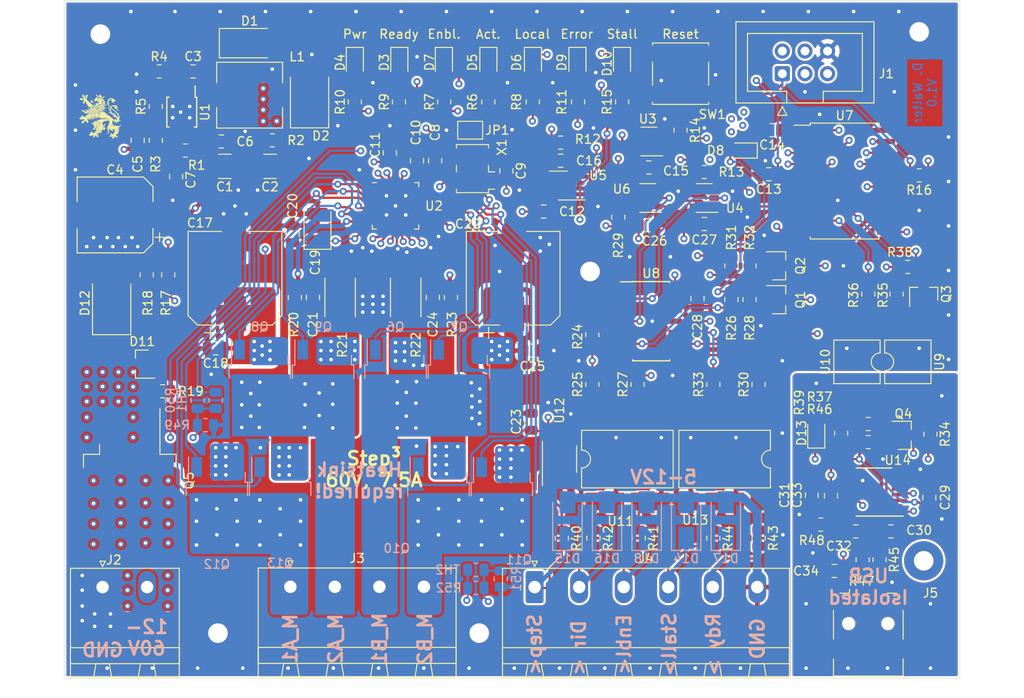
<source format=kicad_pcb>
(kicad_pcb (version 20211014) (generator pcbnew)
  (title_block (title "High Power Stepper Driver") (date "2019-12-19") (rev "1.0") (company "fordprfkt@googlemail.com") (comment 1 "Daniel Walter"))
  (layers (0 "F.Cu" mixed) (1 "In1.Cu" mixed) (2 "In2.Cu" mixed) (31 "B.Cu" mixed) (34 "B.Paste" user) (35 "F.Paste" user) (36 "B.SilkS" user "B.Silkscreen") (37 "F.SilkS" user "F.Silkscreen") (38 "B.Mask" user) (39 "F.Mask" user) (44 "Edge.Cuts" user))
  (net 0 "")
  (net 1 "GND")
  (net 2 "+48V")
  (net 3 "Net-(C3-Pad2)")
  (net 4 "Net-(C3-Pad1)")
  (net 5 "Net-(C5-Pad2)")
  (net 6 "+5V")
  (net 7 "GNDS")
  (net 8 "Net-(D3-Pad2)")
  (net 9 "Net-(D4-Pad2)")
  (net 10 "Net-(D8-Pad2)")
  (net 11 "/Connector/Coil_B2")
  (net 12 "/Connector/Coil_B1")
  (net 13 "/Connector/Coil_A2")
  (net 14 "/Connector/Coil_A1")
  (net 15 "GNDA")
  (net 16 "/Connector/Reset")
  (net 17 "/Controller/MOSI")
  (net 18 "/Controller/SCK")
  (net 19 "/Controller/MISO")
  (net 20 "Net-(JP1-Pad1)")
  (net 21 "Net-(Q9-Pad1)")
  (net 22 "Net-(Q12-Pad1)")
  (net 23 "Net-(Q13-Pad1)")
  (net 24 "/Connector/Rx")
  (net 25 "Net-(R1-Pad1)")
  (net 26 "/Connector/Stall")
  (net 27 "Net-(D7-Pad2)")
  (net 28 "/Controller/Enable_Ctrlr")
  (net 29 "/Connector/Tx")
  (net 30 "Net-(R33-Pad1)")
  (net 31 "Net-(R34-Pad1)")
  (net 32 "/Connector/Step")
  (net 33 "/Connector/Dir")
  (net 34 "/Controller/CS_TMC")
  (net 35 "Net-(Q1-Pad1)")
  (net 36 "Net-(Q2-Pad1)")
  (net 37 "Net-(Q3-Pad1)")
  (net 38 "Net-(Q4-Pad1)")
  (net 39 "Net-(Q6-Pad1)")
  (net 40 "Net-(Q7-Pad1)")
  (net 41 "Net-(Q8-Pad1)")
  (net 42 "Net-(D10-Pad2)")
  (net 43 "Net-(D11-Pad2)")
  (net 44 "/Connector/Active")
  (net 45 "/Connector/Error")
  (net 46 "Net-(J2-Pad2)")
  (net 47 "Net-(D5-Pad2)")
  (net 48 "/Controller/Temp2")
  (net 49 "/Controller/Temp1")
  (net 50 "+5VP")
  (net 51 "/Connector/Enable")
  (net 52 "/Controller/Local_Ctrl")
  (net 53 "/Controller/Dir_Local")
  (net 54 "Net-(C30-Pad1)")
  (net 55 "Net-(D9-Pad2)")
  (net 56 "Net-(R27-Pad1)")
  (net 57 "Net-(R30-Pad2)")
  (net 58 "Net-(R40-Pad1)")
  (net 59 "Net-(R41-Pad1)")
  (net 60 "/Connector/VSup")
  (net 61 "Net-(D13-Pad1)")
  (net 62 "Net-(D14-Pad1)")
  (net 63 "Net-(D15-Pad1)")
  (net 64 "Net-(D16-Pad1)")
  (net 65 "/Controller/Step_Local")
  (net 66 "/Controller/Dir_TMC")
  (net 67 "/Controller/Step_TMC")
  (net 68 "/Controller/Drive_EN")
  (net 70 "Net-(C2-Pad1)")
  (net 71 "Net-(C7-Pad1)")
  (net 72 "Net-(C8-Pad2)")
  (net 73 "Net-(C16-Pad2)")
  (net 74 "Net-(C16-Pad1)")
  (net 75 "Net-(C19-Pad1)")
  (net 76 "Net-(C21-Pad1)")
  (net 77 "Net-(C24-Pad1)")
  (net 78 "Net-(C29-Pad1)")
  (net 79 "Net-(C32-Pad1)")
  (net 80 "Net-(D6-Pad2)")
  (net 81 "Net-(D7-Pad1)")
  (net 82 "Net-(D10-Pad1)")
  (net 83 "Net-(D13-Pad2)")
  (net 84 "Net-(D17-Pad1)")
  (net 85 "Net-(D18-Pad1)")
  (net 89 "Net-(J5-Pad2)")
  (net 90 "Net-(J5-Pad3)")
  (net 91 "unconnected-(J5-Pad6)")
  (net 92 "Net-(Q4-Pad3)")
  (net 93 "Net-(Q10-Pad1)")
  (net 94 "Net-(Q11-Pad1)")
  (net 95 "Net-(R4-Pad1)")
  (net 96 "/Controller/Ready_Ctrlr")
  (net 97 "Net-(R20-Pad2)")
  (net 98 "Net-(R23-Pad2)")
  (net 99 "Net-(R24-Pad1)")
  (net 100 "Net-(R25-Pad1)")
  (net 101 "Net-(R30-Pad1)")
  (net 102 "Net-(R31-Pad2)")
  (net 103 "Net-(R33-Pad2)")
  (net 104 "Net-(R34-Pad2)")
  (net 105 "Net-(R36-Pad2)")
  (net 106 "Net-(R42-Pad1)")
  (net 107 "Net-(R43-Pad1)")
  (net 108 "Net-(R44-Pad1)")
  (net 109 "Net-(R48-Pad1)")
  (footprint "Connector_Phoenix_MSTB:PhoenixContact_MSTBA_2,5_2-G_1x02_P5.00mm_Horizontal" (layer "F.Cu") (at 88.646 130.7155)
    (fp_text reference "J2")
    (fp_text value "60V_In")
  )
  (footprint "Connector_Phoenix_MSTB:PhoenixContact_MSTBA_2,5_4-G_1x04_P5.00mm_Horizontal" (layer "F.Cu") (at 109.728 130.683)
    (fp_text reference "J3")
    (fp_text value "Coils")
  )
  (footprint "Connector_Phoenix_MSTB:PhoenixContact_MSTBA_2,5_6-G_1x06_P5.00mm_Horizontal" (layer "F.Cu") (at 137.16 130.7155)
    (fp_text reference "J4")
    (fp_text value "Control")
  )
  (footprint "Resistor_SMD:R_0805_2012Metric" (layer "F.Cu") (at 121.92 76.2 90)
    (fp_text reference "R9")
    (fp_text value "180R")
  )
  (footprint "Resistor_SMD:R_0805_2012Metric" (layer "F.Cu") (at 173.99 127.635 -90)
    (fp_text reference "R47")
    (fp_text value "27R")
  )
  (footprint "Resistor_SMD:R_2512_6332Metric" (layer "F.Cu") (at 122.682 98.171 90)
    (fp_text reference "R22")
    (fp_text value "25mR")
  )
  (footprint "Resistor_SMD:R_0805_2012Metric" (layer "F.Cu") (at 95.377 108.712)
    (fp_text reference "R19")
    (fp_text value "100k")
  )
  (footprint "Resistor_SMD:R_0805_2012Metric" (layer "F.Cu") (at 127.762 98.171 90)
    (fp_text reference "R23")
    (fp_text value "10R")
  )
  (footprint "Package_TO_SOT_SMD:SOT-23" (layer "F.Cu") (at 180.848 97.79 90)
    (fp_text reference "Q3")
    (fp_text value "BC817")
  )
  (footprint "Resistor_SMD:R_0805_2012Metric" (layer "F.Cu") (at 94.615 80.518 90)
    (fp_text reference "R3")
    (fp_text value "2k49")
  )
  (footprint "Resistor_SMD:R_0805_2012Metric" (layer "F.Cu") (at 94.996 72.771 180)
    (fp_text reference "R4")
    (fp_text value "750k")
  )
  (footprint "Resistor_SMD:R_2512_6332Metric" (layer "F.Cu") (at 115.316 98.171 90)
    (fp_text reference "R21")
    (fp_text value "25mR")
  )
  (footprint "Resistor_SMD:R_0805_2012Metric" (layer "F.Cu") (at 94.615 76.708 90)
    (fp_text reference "R5")
    (fp_text value "2k49")
  )
  (footprint "Resistor_SMD:R_0805_2012Metric" (layer "F.Cu") (at 110.236 98.171 90)
    (fp_text reference "R20")
    (fp_text value "10R")
  )
  (footprint "Resistor_SMD:R_0805_2012Metric" (layer "F.Cu") (at 161.29 94.615 90)
    (fp_text reference "R32")
    (fp_text value "860R")
  )
  (footprint "Resistor_SMD:R_0805_2012Metric" (layer "F.Cu") (at 107.696 80.518)
    (fp_text reference "R2")
    (fp_text value "1R5")
  )
  (footprint "Resistor_SMD:R_0805_2012Metric" (layer "F.Cu") (at 175.895 127.635 -90)
    (fp_text reference "R45")
    (fp_text value "27R")
  )
  (footprint "Resistor_SMD:R_0805_2012Metric" (layer "F.Cu") (at 116.967 76.2 90)
    (fp_text reference "R10")
    (fp_text value "180R")
  )
  (footprint "Resistor_SMD:R_0805_2012Metric" (layer "F.Cu") (at 146.986 76.2 90)
    (fp_text reference "R15")
    (fp_text value "220R")
  )
  (footprint "Package_TO_SOT_SMD:SOT-23" (layer "F.Cu") (at 164.592 98.425)
    (fp_text reference "Q1")
    (fp_text value "BC817")
  )
  (footprint "Capacitor_SMD:C_0805_2012Metric" (layer "F.Cu") (at 181.483 120.65 90)
    (fp_text reference "C29")
    (fp_text value "100nF")
  )
  (footprint "Capacitor_SMD:C_0805_2012Metric" (layer "F.Cu") (at 163.83 79.375 180)
    (fp_text reference "C14")
    (fp_text value "100nF")
  )
  (footprint "Capacitor_SMD:C_0805_2012Metric" (layer "F.Cu") (at 136.779 112.141 90)
    (fp_text reference "C23")
    (fp_text value "100nF")
  )
  (footprint "LED_SMD:LED_0805_2012Metric" (layer "F.Cu") (at 116.967 71.755 -90)
    (fp_text reference "D4")
    (fp_text value "LED_Gn")
  )
  (footprint "LED_SMD:LED_0805_2012Metric" (layer "F.Cu") (at 146.967 71.755 -90)
    (fp_text reference "D10")
    (fp_text value "LED_Rt")
  )
  (footprint "Connector_USB:USB_Mini-B_Lumberg_2486_01_Horizontal" (layer "F.Cu") (at 174.625 134.815)
    (fp_text reference "J5")
    (fp_text value "USB_B_Mini")
  )
  (footprint "Package_TO_SOT_SMD:SOT-23" (layer "F.Cu") (at 164.592 94.615)
    (fp_text reference "Q2")
    (fp_text value "BC817")
  )
  (footprint "Jumper:SolderJumper-2_P1.3mm_Open_TrianglePad1.0x1.5mm" (layer "F.Cu") (at 129.921 79.375)
    (fp_text reference "JP1")
    (fp_text value "Clk_En")
  )
  (footprint "LED_SMD:LED_0805_2012Metric" (layer "F.Cu") (at 126.967 71.755 -90)
    (fp_text reference "D7")
    (fp_text value "LED_Gn")
  )
  (footprint "Capacitor_SMD:C_0805_2012Metric" (layer "F.Cu") (at 155.448 98.298 -90)
    (fp_text reference "C28")
    (fp_text value "100nF")
  )
  (footprint "LED_SMD:LED_0805_2012Metric" (layer "F.Cu") (at 121.967 71.755 -90)
    (fp_text reference "D3")
    (fp_text value "LED_Gn")
  )
  (footprint "Capacitor_SMD:C_0805_2012Metric" (layer "F.Cu") (at 125.73 98.171 90)
    (fp_text reference "C24")
    (fp_text value "470nF")
  )
  (footprint "Capacitor_SMD:C_0805_2012Metric" (layer "F.Cu") (at 112.268 98.171 90)
    (fp_text reference "C21")
    (fp_text value "470nF")
  )
  (footprint "Capacitor_SMD:C_0805_2012Metric" (layer "F.Cu") (at 125.984 82.804 -90)
    (fp_text reference "C8")
    (fp_text value "220nF")
  )
  (footprint "Capacitor_SMD:C_0805_2012Metric" (layer "F.Cu") (at 92.583 80.518 90)
    (fp_text reference "C5")
    (fp_text value "10nF")
  )
  (footprint "Capacitor_SMD:C_0805_2012Metric" (layer "F.Cu") (at 109.982 91.059 90)
    (fp_text reference "C20")
    (fp_text value "470nF")
  )
  (footprint "Capacitor_SMD:C_0805_2012Metric" (layer "F.Cu") (at 101.346 103.886 180)
    (fp_text reference "C18")
    (fp_text value "100nF")
  )
  (footprint "Capacitor_SMD:C_0805_2012Metric" (layer "F.Cu") (at 177.165 124.46)
    (fp_text reference "C30")
    (fp_text value "10pF")
  )
  (footprint "Capacitor_SMD:C_0805_2012Metric" (layer "F.Cu") (at 136.906 104.14)
    (fp_text reference "C25")
    (fp_text value "100nF")
  )
  (footprint "Capacitor_SMD:C_0805_2012Metric" (layer "F.Cu") (at 170.434 120.462 -90)
    (fp_text reference "C33")
    (fp_text value "100nF")
  )
  (footprint "Capacitor_SMD:C_0805_2012Metric" (layer "F.Cu") (at 170.815 128.905 180)
    (fp_text reference "C34")
    (fp_text value "10nF")
  )
  (footprint "Capacitor_SMD:C_0805_2012Metric" (layer "F.Cu") (at 133.985 83.947 90)
    (fp_text reference "C9")
    (fp_text value "100nF")
  )
  (footprint "Capacitor_SMD:C_0805_2012Metric" (layer "F.Cu") (at 101.981 80.645)
    (fp_text reference "C6")
    (fp_text value "100nF")
  )
  (footprint "Capacitor_SMD:C_0805_2012Metric" (layer "F.Cu") (at 173.228 124.46 180)
    (fp_text reference "C32")
    (fp_text value "10pF")
  )
  (footprint "Capacitor_SMD:C_0805_2012Metric_Pad1.15x1.40mm_HandSolder" (layer "F.Cu") (at 168.275 120.387 -90)
    (fp_text reference "C31")
    (fp_text value "4µ7")
  )
  (footprint "Diode_SMD:D_SMB" (layer "F.Cu") (at 111.887 75.565 90)
    (fp_text reference "D2")
    (fp_text value "ZD-5W 6,2V")
  )
  (footprint "Oscillator:Oscillator_SMD_EuroQuartz_XO53-4Pin_5.0x3.2mm_HandSoldering" (layer "F.Cu") (at 130.175 83.693 90)
    (fp_text reference "X1")
    (fp_text value "16MHz")
  )
  (footprint "Package_SO:MSOP-8_3x3mm_P0.65mm" (layer "F.Cu") (at 97.536 77.343 -90)
    (fp_text reference "U1")
    (fp_text value "LM5009MM")
  )
  (footprint "Inductor_SMD:L_7.3x7.3_H4.5" (layer "F.Cu") (at 105.156 75.438)
    (fp_text reference "L1")
    (fp_text value "1mH")
  )
  (footprint "Package_SO:MFSOP6-5_4.4x3.6mm_P1.27mm" (layer "F.Cu") (at 139.954 116.332 90)
    (fp_text reference "U12")
    (fp_text value "TLP118")
  )
  (footprint "Diode_SMD:D_SMB" (layer "F.Cu") (at 89.662 98.806 90)
    (fp_text reference "D12")
    (fp_text value "64V")
  )
  (footprint "Diode_SMD:D_SOT-23_ANK" (layer "F.Cu") (at 93.091 105.664 180)
    (fp_text reference "D11")
    (fp_text value "ZD15")
  )
  (footprint "Package_DIP:SMDIP-8_W9.53mm" (layer "F.Cu") (at 147.574 116.332 90)
    (fp_text reference "U11")
    (fp_text value "LTV-827S")
  )
  (footprint "Package_DIP:SMDIP-8_W9.53mm" (layer "F.Cu") (at 158.496 116.332 -90)
    (fp_text reference "U13")
    (fp_text value "LTV-827S")
  )
  (footprint "Package_SO:SOIC-14_3.9x8.7mm_P1.27mm" (layer "F.Cu") (at 150.241 100.838)
    (fp_text reference "U8")
    (fp_text value "74HC14")
  )
  (footprint "Resistor_SMD:R_0805_2012Metric" (layer "F.Cu") (at 181.61 113.538 -90)
    (fp_text reference "R34")
    (fp_text value "200R")
  )
  (footprint "Resistor_SMD:R_0805_2012Metric" (layer "F.Cu") (at 131.953 76.2 90)
    (fp_text reference "R6")
    (fp_text value "180R")
  )
  (footprint "MountingHole:MountingHole_2.2mm_M2_Pad" (layer "F.Cu") (at 180.848 127.762)
    (fp_text reference "REF**" hide)
    (fp_text value "MountingHole_2.2mm_M2_Pad")
  )
  (footprint "LED_SMD:LED_0805_2012Metric" (layer "F.Cu") (at 141.967 71.755 -90)
    (fp_text reference "D9")
    (fp_text value "LED_Rt")
  )
  (footprint "MountingHole:MountingHole_2.2mm_M2_Pad" (layer "F.Cu") (at 143.383 95.25)
    (fp_text reference "REF**" hide)
    (fp_text value "MountingHole_2.2mm_M2_Pad")
  )
  (footprint "MountingHole:MountingHole_2.2mm_M2_Pad" (layer "F.Cu") (at 88.392 68.58)
    (fp_text reference "REF**" hide)
    (fp_text value "MountingHole_2.2mm_M2_Pad")
  )
  (footprint "MountingHole:MountingHole_2.2mm_M2_Pad" (layer "F.Cu") (at 180.34 68.326)
    (fp_text reference "REF**" hide)
    (fp_text value "MountingHole_2.2mm_M2_Pad")
  )
  (footprint "Resistor_SMD:R_0805_2012Metric" (layer "F.Cu") (at 142.033 76.2 90)
    (fp_text reference "R11")
    (fp_text value "220R")
  )
  (footprint "Resistor_SMD:R_0805_2012Metric" (layer "F.Cu") (at 143.764 125.222 -90)
    (fp_text reference "R42")
    (fp_text value "510R")
  )
  (footprint "Resistor_SMD:R_0805_2012Metric" (layer "F.Cu") (at 162.306 125.222 -90)
    (fp_text reference "R43")
    (fp_text value "430R")
  )
  (footprint "Resistor_SMD:R_0805_2012Metric" (layer "F.Cu") (at 148.717 107.95 90)
    (fp_text reference "R27")
    (fp_text value "1k")
  )
  (footprint "Resistor_SMD:R_0805_2012Metric" (layer "F.Cu") (at 157.226 107.95 -90)
    (fp_text reference "R33")
    (fp_text value "200R")
  )
  (footprint "Resistor_SMD:R_0805_2012Metric" (layer "F.Cu") (at 143.637 102.362 -90)
    (fp_text reference "R24")
    (fp_text value "1k")
  )
  (footprint "Resistor_SMD:R_0805_2012Metric" (layer "F.Cu") (at 143.637 107.95 90)
    (fp_text reference "R25")
    (fp_text value "1k")
  )
  (footprint "Resistor_SMD:R_0805_2012Metric" (layer "F.Cu") (at 161.29 98.4015 90)
    (fp_text reference "R28")
    (fp_text value "860R")
  )
  (footprint "Resistor_SMD:R_0805_2012Metric" (layer "F.Cu") (at 177.8 97.79 90)
    (fp_text reference "R35")
    (fp_text value "560R")
  )
  (footprint "Resistor_SMD:R_0805_2012Metric" (layer "F.Cu") (at 157.226 125.222 -90)
    (fp_text reference "R44")
    (fp_text value "430R")
  )
  (footprint "Resistor_SMD:R_0805_2012Metric" (layer "F.Cu") (at 174.625 97.79 -90)
    (fp_text reference "R36")
    (fp_text value "200R")
  )
  (footprint "Resistor_SMD:R_0805_2012Metric" (layer "F.Cu") (at 174.625 114.427)
    (fp_text reference "R46")
    (fp_text value "1k")
  )
  (footprint "Resistor_SMD:R_0805_2012Metric" (layer "F.Cu") (at 162.306 107.95 -90)
    (fp_text reference "R30")
    (fp_text value "200R")
  )
  (footprint "Resistor_SMD:R_0805_2012Metric" (layer "F.Cu") (at 174.625 112.395)
    (fp_text reference "R37")
    (fp_text value "560R")
  )
  (footprint "Resistor_SMD:R_0805_2012Metric" (layer "F.Cu") (at 179.07 94.742 180)
    (fp_text reference "R38")
    (fp_text value "1k")
  )
  (footprint "Resistor_SMD:R_0805_2012Metric" (layer "F.Cu") (at 140.208 125.222 -90)
    (fp_text reference "R40")
    (fp_text value "470R")
  )
  (footprint "Capacitor_SMD:CP_Elec_10x10" (layer "F.Cu") (at 103.505 96.012 90)
    (fp_text reference "C17")
    (fp_text value "47µF/100V")
  )
  (footprint "Loewe:Loewe_Klein" (layer "F.Cu") (at 88.392 77.851)
    (fp_text reference "G***" hide)
    (fp_text value "LOGO" hide)
  )
  (footprint "Capacitor_SMD:C_0805_2012Metric" (layer "F.Cu") (at 98.806 72.771)
    (fp_text reference "C3")
    (fp_text value "10nF")
  )
  (footprint "Package_TO_SOT_SMD:TO-263-2" (layer "F.Cu") (at 91.694 118.745 -90)
    (fp_text reference "Q5")
    (fp_text value "IRF4950S")
  )
  (footprint "MountingHole:MountingHole_2.2mm_M2_Pad" (layer "F.Cu") (at 101.6 135.89)
    (fp_text reference "REF**" hide)
    (fp_text value "MountingHole_2.2mm_M2_Pad")
  )
  (footprint "Capacitor_SMD:C_1210_3225Metric" (layer "F.Cu") (at 107.442 83.439 180)
    (fp_text reference "C2")
    (fp_text value "5µF")
  )
  (footprint "Package_DIP:SMDIP-4_W7.62mm" (layer "F.Cu") (at 173.355 105.41 -90)
    (fp_text reference "U10")
    (fp_text value "SFH6156")
  )
  (footprint "Package_SO:SSOP-16_3.9x4.9mm_P0.635mm" (layer "F.Cu") (at 175.26 120.015 180)
    (fp_text reference "U14")
    (fp_text value "FT230XS")
  )
  (footprint "Capacitor_SMD:C_1210_3225Metric" (layer "F.Cu") (at 102.362 83.439)
    (fp_text reference "C1")
    (fp_text value "4,7µF")
  )
  (footprint "Package_DIP:SMDIP-4_W7.62mm" (layer "F.Cu") (at 179.07 105.41 90)
    (fp_text reference "U9")
    (fp_text value "SFH6156")
  )
  (footprint "MountingHole:MountingHole_2.2mm_M2_ISO14580_Pad" (layer "F.Cu") (at 130.937 135.89)
    (fp_text reference "REF**" hide)
    (fp_text value "MountingHole_2.2mm_M2_ISO14580_Pad")
  )
  (footprint "Resistor_SMD:R_0805_2012Metric" (layer "F.Cu") (at 127 76.2 90)
    (fp_text reference "R7")
    (fp_text value "180R")
  )
  (footprint "LED_SMD:LED_0805_2012Metric" (layer "F.Cu") (at 131.967 71.755 -90)
    (fp_text reference "D5")
    (fp_text value "LED_Gn")
  )
  (footprint "Resistor_SMD:R_0805_2012Metric" (layer "F.Cu") (at 148.844 125.222 -90)
    (fp_text reference "R41")
    (fp_text value "510R")
  )
  (footprint "LED_SMD:LED_0805_2012Metric" (layer "F.Cu") (at 168.783 113.411 90)
    (fp_text reference "D13")
    (fp_text value "LED_Gn")
  )
  (footprint "Resistor_SMD:R_0805_2012Metric" (layer "F.Cu") (at 171.577 113.411 90)
    (fp_text reference "R39")
    (fp_text value "180R")
  )
  (footprint "Package_TO_SOT_SMD:SOT-23" (layer "F.Cu") (at 178.689 113.665)
    (fp_text reference "Q4")
    (fp_text value "BC817")
  )
  (footprint "Capacitor_SMD:C_0805_2012Metric" (layer "F.Cu") (at 120.904 81.915 90)
    (fp_text reference "C11")
    (fp_text value "100nF")
  )
  (footprint "Capacitor_SMD:C_0805_2012Metric" (layer "F.Cu") (at 123.952 82.804 90)
    (fp_text reference "C10")
    (fp_text value "100nF")
  )
  (footprint "Resistor_SMD:R_0805_2012Metric" (layer "F.Cu") (at 97.9405 81.661)
    (fp_text reference "R1")
    (fp_text value "300k")
  )
  (footprint "Capacitor_SMD:C_0805_2012Metric" (layer "F.Cu") (at 96.901 84.582 -90)
    (fp_text reference "C7")
    (fp_text value "470nF")
  )
  (footprint "Diode_SMD:D_SMA" (layer "F.Cu") (at 105.156 69.596)
    (fp_text reference "D1")
    (fp_text value "SK16")
  )
  (footprint "Package_TO_SOT_SMD:SOT-23-5" (layer "F.Cu") (at 149.86 86.995 180)
    (fp_text reference "U6")
    (fp_text value "74LVC1G125")
  )
  (footprint "Package_TO_SOT_SMD:SOT-23-5" (layer "F.Cu") (at 156.21 86.995 180)
    (fp_text reference "U4")
    (fp_text value "74LVC1G125")
  )
  (footprint "Package_TO_SOT_SMD:SOT-23-5" (layer "F.Cu") (at 149.987 80.645 180)
    (fp_text reference "U3")
    (fp_text value "74AHC1G00")
  )
  (footprint "Capacitor_SMD:C_0805_2012Metric" (layer "F.Cu") (at 149.987 83.566)
    (fp_text reference "C15")
    (fp_text value "100nF")
  )
  (footprint "Capacitor_SMD:C_0805_2012Metric" (layer "F.Cu") (at 156.21 89.916)
    (fp_text reference "C27")
    (fp_text value "100nF")
  )
  (footprint "Capacitor_SMD:C_0805_2012Metric" (layer "F.Cu") (at 149.86 90.043)
    (fp_text reference "C26")
    (fp_text value "100nF")
  )
  (footprint "Resistor_SMD:R_0805_2012Metric" (layer "F.Cu") (at 146.558 89.154 -90)
    (fp_text reference "R29")
    (fp_text value "270R")
  )
  (footprint "Resistor_SMD:R_0805_2012Metric" (layer "F.Cu") (at 156.21 84.074)
    (fp_text reference "R13")
    (fp_text value "270R")
  )
  (footprint "Capacitor_Tantalum_SMD:CP_EIA-3528-21_Kemet-B" (layer "F.Cu") (at 112.776 90.297 90)
    (fp_text reference "C19")
    (fp_text value "10µF")
  )
  (footprint "Package_DFN_QFN:QFN-32-1EP_5x5mm_P0.5mm_EP3.45x3.45mm" (layer "F.Cu") (at 121.539 87.877)
    (fp_text reference "U2")
    (fp_text value "TMC262")
  )
  (footprint "Capacitor_SMD:C_0805_2012Metric" (layer "F.Cu") (at 140.081 82.804)
    (fp_text reference "C16")
    (fp_text value "1µF")
  )
  (footprint "Capacitor_SMD:C_0805_2012Metric" (layer "F.Cu") (at 138.176 88.519)
    (fp_text reference "C12")
    (fp_text value "100nF")
  )
  (footprint "Resistor_SMD:R_0805_2012Metric" (layer "F.Cu") (at 140.072 80.772)
    (fp_text reference "R12")
    (fp_text value "100k")
  )
  (footprint "Resistor_SMD:R_0805_2012Metric" (layer "F.Cu") (at 153.543 79.375 -90)
    (fp_text reference "R14")
    (fp_text value "10k")
  )
  (footprint "Package_SO:VSSOP-8_3.0x3.0mm_P0.65mm" (layer "F.Cu") (at 139.827 85.598 180)
    (fp_text reference "U5")
    (fp_text value "74LVC1G123")
  )
  (footprint "Resistor_SMD:R_0805_2012Metric" (layer "F.Cu") (at 159.258 94.615 90)
    (fp_text reference "R31")
    (fp_text value "270R")
  )
  (footprint "Capacitor_SMD:CP_Elec_10x10" (layer "F.Cu") (at 134.747 96.012 90)
    (fp_text reference "C22")
    (fp_text value "47µF/100V")
  )
  (footprint "Resistor_SMD:R_0805_2012Metric" (layer "F.Cu") (at 180.34 84.455 180)
    (fp_text reference "R16")
    (fp_text value "10k")
  )
  (footprint "Package_SO:SOIC-20W_7.5x12.8mm_P1.27mm" (layer "F.Cu") (at 171.958 85.09)
    (fp_text reference "U7")
    (fp_text value "ATtiny406-S")
  )
  (footprint "Button_Switch_SMD:SW_SPST_B3S-1000" (layer "F.Cu") (at 153.543 73.025 180)
    (fp_text reference "SW1")
    (fp_text value "SW_Push")
  )
  (footprint "Connector_IDC:IDC-Header_2x03_P2.54mm_Vertical" (layer "F.Cu") (at 164.973 73.025 90)
    (fp_text reference "J1")
    (fp_text value "AVR-UPDI-6")
  )
  (footprint "Resistor_SMD:R_0805_2012Metric" (layer "F.Cu") (at 96.012 95.631 90)
    (fp_text reference "R17")
    (fp_text value "10k")
  )
  (footprint "Resistor_SMD:R_0805_2012Metric" (layer "F.Cu") (at 93.599 95.631 -90)
    (fp_text reference "R18")
    (fp_text value "750R")
  )
  (footprint "Capacitor_SMD:CP_Elec_8x10" (layer "F.Cu") (at 90.043 88.9 180)
    (fp_text reference "C4")
    (fp_text value "47µF/100V")
  )
  (footprint "Resistor_SMD:R_0805_2012Metric" (layer "F.Cu") (at 169.291 123.698 180)
    (fp_text reference "R48")
    (fp_text value "1k")
  )
  (footprint "Resistor_SMD:R_0805_2012Metric" (layer "F.Cu") (at 159.258 98.4015 -90)
    (fp_text reference "R26")
    (fp_text value "270R")
  )
  (footprint "Diode_SMD:D_SOD-323" (layer "F.Cu") (at 160.655 81.661 180)
    (fp_text reference "D8")
    (fp_text value "B0540WS-7 DII")
  )
  (footprint "Capacitor_SMD:C_0805_2012Metric" (layer "F.Cu") (at 163.449 84.328 180)
    (fp_text reference "C13")
    (fp_text value "470nF")
  )
  (footprint "Resistor_SMD:R_0805_2012Metric" (layer "F.Cu") (at 136.953 76.2 90)
    (fp_text reference "R8")
    (fp_text value "180R")
  )
  (footprint "LED_SMD:LED_0805_2012Metric" (layer "F.Cu") (at 136.967 71.755 -90)
    (fp_text reference "D6")
    (fp_text value "LED_Ye")
  )
  (footprint "Package_TO_SOT_SMD:TO-252-2" (layer "B.Cu") (at 108.585 121.412 -90)
    (fp_text reference "Q13")
    (fp_text value "IRFR3910")
  )
  (footprint "Package_TO_SOT_SMD:TO-252-2" (layer "B.Cu") (at 101.474 121.412 -90)
    (fp_text reference "Q12")
    (fp_text value "IRFR5410")
  )
  (footprint "Package_TO_SOT_SMD:TO-252-2" (layer "B.Cu") (at 121.54 108.239 -90)
    (fp_text reference "Q6")
    (fp_text value "IRFR3910")
  )
  (footprint "Package_TO_SOT_SMD:TO-252-2" (layer "B.Cu") (at 113.412 108.239 -90)
    (fp_text reference "Q9")
    (fp_text value "IRFR3910")
  )
  (footprint "Package_TO_SOT_SMD:TO-252-2" (layer "B.Cu") (at 106.3 108.239 -90)
    (fp_text reference "Q8")
    (fp_text value "IRFR5410")
  )
  (footprint "Package_TO_SOT_SMD:TO-252-2" (layer "B.Cu") (at 126.364 121.447 -90)
    (fp_text reference "Q10")
    (fp_text value "IRFR3910")
  )
  (footprint "Package_TO_SOT_SMD:TO-252-2" (layer "B.Cu") (at 133.478 121.447 -90)
    (fp_text reference "Q11")
    (fp_text value "IRFR5410")
  )
  (footprint "Resistor_SMD:R_0805_2012Metric" (layer "B.Cu") (at 133.35 129.794 -90)
    (fp_text reference "R51")
    (fp_text value "3k9")
  )
  (footprint "Resistor_SMD:R_0805_2012Metric" (layer "B.Cu") (at 100.203 112.522)
    (fp_text reference "R49")
    (fp_text value "3k9")
  )
  (footprint "Resistor_SMD:R_0805_2012Metric" (layer "B.Cu") (at 130.556 128.778)
    (fp_text reference "TH2")
    (fp_text value "10k")
  )
  (footprint "Resistor_SMD:R_0805_2012Metric" (layer "B.Cu") (at 101.346 109.728 -90)
    (fp_text reference "TH1")
    (fp_text value "10k")
  )
  (footprint "Package_TO_SOT_SMD:TO-252-2" (layer "B.Cu") (at 128.652 108.239 -90)
    (fp_text reference "Q7")
    (fp_text value "IRFR5410")
  )
  (footprint "Resistor_SMD:R_0805_2012Metric" (layer "B.Cu") (at 99.314 109.728 -90)
    (fp_text reference "R50")
    (fp_text value "39k")
  )
  (footprint "Resistor_SMD:R_0805_2012Metric" (layer "B.Cu") (at 130.556 130.81)
    (fp_text reference "R52")
    (fp_text value "39k")
  )
  (footprint "Diode_SMD:D_SMA" (layer "B.Cu") (at 140.843 123.19 90)
    (fp_text reference "D15")
    (fp_text value "13V")
  )
  (footprint "Diode_SMD:D_SMA" (layer "B.Cu") (at 145.288 123.19 90)
    (fp_text reference "D16")
    (fp_text value "13V")
  )
  (footprint "Diode_SMD:D_SMA" (layer "B.Cu") (at 154.178 123.19 90)
    (fp_text reference "D14")
    (fp_text value "13V")
  )
  (footprint "Diode_SMD:D_SMA" (layer "B.Cu") (at 158.623 123.19 90)
    (fp_text reference "D17")
    (fp_text value "13V")
  )
  (footprint "Diode_SMD:D_SMA" (layer "B.Cu") (at 149.733 123.19 90)
    (fp_text reference "D18")
    (fp_text value "13V")
  )
  (gr_rect (start 84.328 64.77) (end 184.912 140.97) (layer "Edge.Cuts") (width 0.05) (fill none))
  (gr_text "D. Walter\nV1.0" (at 180.975 75.184 90) (layer "B.Cu") (effects (font (size 1 1)) (justify mirror)))
  (gr_text "M_A1" (at 109.728 136.525 90) (layer "B.SilkS") (effects (font (size 1.5 1.5) (thickness 0.3)) (justify mirror)))
  (gr_text "GND" (at 162.179 136.525 90) (layer "B.SilkS") (effects (font (size 1.5 1.5) (thickness 0.3)) (justify mirror)))
  (gr_text "Step<" (at 137.16 137.16 90) (layer "B.SilkS") (effects (font (size 1.5 1.5) (thickness 0.3)) (justify mirror)))
  (gr_text "Dir <" (at 142.113 137.541 90) (layer "B.SilkS") (effects (font (size 1.5 1.5) (thickness 0.3)) (justify mirror)))
  (gr_text "Enbl<" (at 147.193 137.16 90) (layer "B.SilkS") (effects (font (size 1.5 1.5) (thickness 0.3)) (justify mirror)))
  (gr_text "Stall>" (at 152.273 137.16 90) (layer "B.SilkS") (effects (font (size 1.5 1.5) (thickness 0.3)) (justify mirror)))
  (gr_text "Rdy >" (at 157.226 137.16 90) (layer "B.SilkS") (effects (font (size 1.5 1.5) (thickness 0.3)) (justify mirror)))
  (gr_text "M_A2" (at 114.808 136.525 90) (layer "B.SilkS") (effects (font (size 1.5 1.5) (thickness 0.3)) (justify mirror)))
  (gr_text "M_B1" (at 119.761 136.525 90) (layer "B.SilkS") (effects (font (size 1.5 1.5) (thickness 0.3)) (justify mirror)))
  (gr_text "M_B2" (at 124.841 136.525 90) (layer "B.SilkS") (effects (font (size 1.5 1.5) (thickness 0.3)) (justify mirror)))
  (gr_text "USB\nIsolated" (at 174.625 130.683) (layer "B.SilkS") (effects (font (size 1.5 1.5) (thickness 0.3)) (justify mirror)))
  (gr_text "GND" (at 88.646 137.795) (layer "B.SilkS") (effects (font (size 1.5 1.5) (thickness 0.3)) (justify mirror)))
  (gr_text "5-12V" (at 151.638 118.364) (layer "B.SilkS") (effects (font (size 1.5 1.5) (thickness 0.3)) (justify mirror)))
  (gr_text "Heatsink\nrequired!" (at 117.475 118.745) (layer "B.SilkS") (effects (font (size 1.5 1.5) (thickness 0.3)) (justify mirror)))
  (gr_text "12-\n60V" (at 93.599 136.398) (layer "B.SilkS") (effects (font (size 1.5 1.5) (thickness 0.3)) (justify mirror)))
  (gr_text "Enbl." (at 127 68.58) (layer "F.SilkS") (effects (font (size 1 1))))
  (gr_text "Act." (at 131.953 68.58) (layer "F.SilkS") (effects (font (size 1 1))))
  (gr_text "Error" (at 141.906 68.58) (layer "F.SilkS") (effects (font (size 1 1))))
  (gr_text "Stall" (at 146.986 68.58) (layer "F.SilkS") (effects (font (size 1 1))))
  (gr_text "Pwr" (at 116.967 68.58) (layer "F.SilkS") (effects (font (size 1 1))))
  (gr_text "Step³\n60V, 7.5A" (at 119.126 117.475) (layer "F.SilkS") (effects (font (size 1.5 1.5) (thickness 0.3))))
  (gr_text "Local" (at 136.906 68.58) (layer "F.SilkS") (effects (font (size 1 1))))
  (gr_text "Ready" (at 121.92 68.58) (layer "F.SilkS") (effects (font (size 1 1))))
  (gr_text "Reset" (at 153.543 68.58) (layer "F.SilkS") (effects (font (size 1 1))))
  (segment (start 96.561 74.336) (end 96.393 74.168) (width 0.4) (layer "F.Cu") (net 1))
  (segment (start 122.555 81.407) (end 122.113 80.965) (width 0.25) (layer "F.Cu") (net 1))
  (segment (start 132.391 82.353) (end 133.035 82.997) (width 0.5) (layer "F.Cu") (net 1))
  (segment (start 122.555 82.931) (end 122.555 81.407) (width 0.25) (layer "F.Cu") (net 1))
  (segment (start 121.789 85.4395) (end 121.789 87.627) (width 0.25) (layer "F.Cu") (net 1))
  (segment (start 93.345 74.168) (end 92.456 75.057) (width 0.4) (layer "F.Cu") (net 1))
  (segment (start 96.393 74.168) (end 93.345 74.168) (width 0.4) (layer "F.Cu") (net 1))
  (segment (start 96.561 75.143) (end 96.561 74.336) (width 0.4) (layer "F.Cu") (net 1))
  (segment (start 102.931 80.645) (end 104.14 80.645) (width 0.5) (layer "F.Cu") (net 1))
  (segment (start 121.789 85.4395) (end 121.789 83.697) (width 0.25) (layer "F.Cu") (net 1))
  (segment (start 121.789 83.697) (end 122.555 82.931) (width 0.25) (layer "F.Cu") (net 1))
  (segment (start 103.837 80.948) (end 103.837 83.439) (width 0.5) (layer "F.Cu") (net 1))
  (segment (start 104.648 80.772) (end 104.648 79.502) (width 0.5) (layer "F.Cu") (net 1))
  (segment (start 121.684775 92.601775) (end 121.793 92.71) (width 0.25) (layer "F.Cu") (net 1))
  (segment (start 104.14 80.645) (end 103.837 80.948) (width 0.5) (layer "F.Cu") (net 1))
  (segment (start 105.967 83.439) (end 105.967 82.091) (width 0.5) (layer "F.Cu") (net 1))
  (segment (start 119.789 86.127) (end 121.539 87.877) (width 0.25) (layer "F.Cu") (net 1))
  (segment (start 121.789 90.3145) (end 121.789 88.127) (width 0.25) (layer "F.Cu") (net 1))
  (segment (start 133.035 82.997) (end 133.985 82.997) (width 0.5) (layer "F.Cu") (net 1))
  (segment (start 131.575 82.353) (end 132.391 82.353) (width 0.5) (layer "F.Cu") (net 1))
  (segment (start 121.684775 91.577083) (end 121.684775 92.601775) (width 0.25) (layer "F.Cu") (net 1))
  (segment (start 119.789 85.4395) (end 119.789 86.127) (width 0.25) (layer "F.Cu") (net 1))
  (segment (start 121.789 91.472858) (end 121.684775 91.577083) (width 0.25) (layer "F.Cu") (net 1))
  (segment (start 105.967 82.091) (end 104.648 80.772) (width 0.5) (layer "F.Cu") (net 1))
  (segment (start 119.1015 86.127) (end 119.789 86.127) (width 0.25) (layer "F.Cu") (net 1))
  (segment (start 121.789 90.3145) (end 121.789 91.472858) (width 0.25) (layer "F.Cu") (net 1))
  (segment (start 122.113 80.965) (end 120.904 80.965) (width 0.25) (layer "F.Cu") (net 1))
  (via (at 104.648 79.502) (size 0.8) (drill 0.4) (layers "F.Cu" "B.Cu") (net 1))
  (via (at 117.856 98.933) (size 0.8) (drill 0.4) (layers "F.Cu" "B.Cu") (net 1))
  (via (at 141.224 111.252) (size 0.8) (drill 0.4) (layers "F.Cu" "B.Cu") (net 1))
  (via (at 120.142 98.933) (size 0.8) (drill 0.4) (layers "F.Cu" "B.Cu") (net 1))
  (via (at 154.686 113.919) (size 0.8) (drill 0.4) (layers "F.Cu" "B.Cu") (net 1))
  (via (at 159.766 113.919) (size 0.8) (drill 0.4) (layers "F.Cu" "B.Cu") (net 1))
  (via (at 120.142 98.044) (size 0.8) (drill 0.4) (layers "F.Cu" "B.Cu") (net 1))
  (via (at 117.856 99.822) (size 0.8) (drill 0.4) (layers "F.Cu" "B.Cu") (net 1))
  (via (at 96.52 76.708) (size 0.8) (drill 0.4) (layers "F.Cu" "B.Cu") (net 1))
  (via (at 103.886 86.106) (size 0.8) (drill 0.4) (layers "F.Cu" "B.Cu") (net 1))
  (via (at 118.999 99.822) (size 0.8) (drill 0.4) (layers "F.Cu" "B.Cu") (net 1))
  (via (at 98.425 76.708) (size 0.8) (drill 0.4) (layers "F.Cu" "B.Cu") (net 1))
  (via (at 120.142 99.822) (size 0.8) (drill 0.4) (layers "F.Cu" "B.Cu") (net 1))
  (via (at 118.999 98.933) (size 0.8) (drill 0.4) (layers "F.Cu" "B.Cu") (net 1))
  (via (at 117.856 98.044) (size 0.8) (drill 0.4) (layers "F.Cu" "B.Cu") (net 1))
  (via (at 86.36 131.064) (size 0.8) (drill 0.4) (layers "F.Cu" "B.Cu") (net 1))
  (via (at 92.456 75.057) (size 0.8) (drill 0.4) (layers "F.Cu" "B.Cu") (net 1))
  (via (at 106.045 86.106) (size 0.8) (drill 0.4) (layers "F.Cu" "B.Cu") (net 1))
  (via (at 118.999 98.044) (size 0.8) (drill 0.4) (layers "F.Cu" "B.Cu") (net 1))
  (via (at 151.384 113.919) (size 0.8) (drill 0.4) (layers "F.Cu" "B.Cu") (net 1))
  (via (at 146.304 113.919) (size 0.8) (drill 0.4) (layers "F.Cu" "B.Cu") (net 1))
  (via (at 183.642 80.137) (size 0.8) (drill 0.4) (layers "F.Cu" "B.Cu") (net 1))
  (via (at 89.154 139.827) (size 0.8) (drill 0.4) (layers "F.Cu" "B.Cu") (net 1))
  (via (at 94.234 139.827) (size 0.8) (drill 0.4) (layers "F.Cu" "B.Cu") (net 1))
  (via (at 99.314 139.827) (size 0.8) (drill 0.4) (layers "F.Cu" "B.Cu") (net 1))
  (via (at 104.394 139.827) (size 0.8) (drill 0.4) (layers "F.Cu" "B.Cu") (net 1))
  (via (at 109.474 139.827) (size 0.8) (drill 0.4) (layers "F.Cu" "B.Cu") (net 1))
  (via (at 114.554 139.827) (size 0.8) (drill 0.4) (layers "F.Cu" "B.Cu") (net 1))
  (via (at 119.634 139.827) (size 0.8) (drill 0.4) (layers "F.Cu" "B.Cu") (net 1))
  (via (at 124.714 139.827) (size 0.8) (drill 0.4) (layers "F.Cu" "B.Cu") (net 1))
  (via (at 129.794 139.827) (size 0.8) (drill 0.4) (layers "F.Cu" "B.Cu") (net 1))
  (via (at 134.874 139.827) (size 0.8) (drill 0.4) (layers "F.Cu" "B.Cu") (net 1))
  (via (at 139.954 139.827) (size 0.8) (drill 0.4) (layers "F.Cu" "B.Cu") (net 1))
  (via (at 145.034 139.827) (size 0.8) (drill 0.4) (layers "F.Cu" "B.Cu") (net 1))
  (via (at 150.114 139.827) (size 0.8) (drill 0.4) (layers "F.Cu" "B.Cu") (net 1))
  (via (at 155.194 139.827) (size 0.8) (drill 0.4) (layers "F.Cu" "B.Cu") (net 1))
  (via (at 160.274 139.827) (size 0.8) (drill 0.4) (layers "F.Cu" "B.Cu") (net 1))
  (via (at 96.774 66.04) (size 0.8) (drill 0.4) (layers "F.Cu" "B.Cu") (net 1))
  (via (at 101.854 66.04) (size 0.8) (drill 0.4) (layers "F.Cu" "B.Cu") (net 1))
  (via (at 106.934 66.04) (size 0.8) (drill 0.4) (layers "F.Cu" "B.Cu") (net 1))
  (via (at 112.014 66.04) (size 0.8) (drill 0.4) (layers "F.Cu" "B.Cu") (net 1))
  (via (at 117.094 66.04) (size 0.8) (drill 0.4) (layers "F.Cu" "B.Cu") (net 1))
  (via (at 122.174 66.04) (size 0.8) (drill 0.4) (layers "F.Cu" "B.Cu") (net 1))
  (via (at 127.254 66.04) (size 0.8) (drill 0.4) (layers "F.Cu" "B.Cu") (net 1))
  (via (at 132.334 66.04) (size 0.8) (drill 0.4) (layers "F.Cu" "B.Cu") (net 1))
  (via (at 137.414 66.04) (size 0.8) (drill 0.4) (layers "F.Cu" "B.Cu") (net 1))
  (via (at 142.494 66.04) (size 0.8) (drill 0.4) (layers "F.Cu" "B.Cu") (net 1))
  (via (at 147.574 66.04) (size 0.8) (drill 0.4) (layers "F.Cu" "B.Cu") (net 1))
  (via (at 152.654 66.04) (size 0.8) (drill 0.4) (layers "F.Cu" "B.Cu") (net 1))
  (via (at 157.734 66.04) (size 0.8) (drill 0.4) (layers "F.Cu" "B.Cu") (net 1))
  (via (at 162.814 66.04) (size 0.8) (drill 0.4) (layers "F.Cu" "B.Cu") (net 1))
  (via (at 167.894 66.04) (size 0.8) (drill 0.4) (layers "F.Cu" "B.Cu") (net 1))
  (via (at 172.974 66.04) (size 0.8) (drill 0.4) (layers "F.Cu" "B.Cu") (net 1))
  (via (at 178.054 66.04) (size 0.8) (drill 0.4) (layers "F.Cu" "B.Cu") (net 1))
  (via (at 183.642 85.137) (size 0.8) (drill 0.4) (layers "F.Cu" "B.Cu") (net 1))
  (via (at 183.642 90.137) (size 0.8) (drill 0.4) (layers "F.Cu" "B.Cu") (net 1))
  (via (at 183.642 95.137) (size 0.8) (drill 0.4) (layers "F.Cu" "B.Cu") (net 1))
  (via (at 183.642 100.137) (size 0.8) (drill 0.4) (layers "F.Cu" "B.Cu") (net 1))
  (via (at 183.642 105.137) (size 0.8) (drill 0.4) (layers "F.Cu" "B.Cu") (net 1))
  (via (at 85.598 79.375) (size 0.8) (drill 0.4) (layers "F.Cu" "B.Cu") (net 1))
  (via (at 85.598 83.82) (size 0.8) (drill 0.4) (layers "F.Cu" "B.Cu") (net 1))
  (via (at 85.598 74.295) (size 0.8) (drill 0.4) (layers "F.Cu" "B.Cu") (net 1))
  (via (at 91.821 66.04) (size 0.8) (drill 0.4) (layers "F.Cu" "B.Cu") (net 1))
  (via (at 134.112 74.041) (size 0.8) (drill 0.4) (layers "F.Cu" "B.Cu") (net 1))
  (via (at 171.831 94.615) (size 0.8) (drill 0.4) (layers "F.Cu" "B.Cu") (net 1))
  (via (at 157.48 73.152) (size 0.8) (drill 0.4) (layers "F.Cu" "B.Cu") (net 1))
  (via (at 121.793 92.71) (size 0.8) (drill 0.4) (layers "F.Cu" "B.Cu") (net 1))
  (via (at 177.546 75.057) (size 0.8) (drill 0.4) (layers "F.Cu" "B.Cu") (net 1))
  (via (at 150.368 100.838) (size 0.8) (drill 0.4) (layers "F.Cu" "B.Cu") (net 1))
  (via (at 137.795 91.44) (size 0.8) (drill 0.4) (layers "F.Cu" "B.Cu") (net 1))
  (via (at 117.475 83.82) (size 0.8) (drill 0.4) (layers "F.Cu" "B.Cu") (net 1))
  (via (at 147.828 93.599) (size 0.8) (drill 0.4) (layers "F.Cu" "B.Cu") (net 1))
  (via (at 139.192 74.041) (size 0.8) (drill 0.4) (layers "F.Cu" "B.Cu") (net 1))
  (via (at 86.36 132.842) (size 0.8) (drill 0.4) (layers "F.Cu" "B.Cu") (net 1))
  (via (at 118.999 74.041) (size 0.8) (drill 0.4) (layers "F.Cu" "B.Cu") (net 1))
  (via (at 86.868 92.456) (size 0.8) (drill 0.4) (layers "F.Cu" "B.Cu") (net 1))
  (via (at 87.757 133.731) (size 0.8) (drill 0.4) (layers "F.Cu" "B.Cu") (net 1))
  (via (at 100.838 106.807) (size 0.8) (drill 0.4) (layers "F.Cu" "B.Cu") (net 1))
  (via (at 102.235 88.773) (size 0.8) (drill 0.4) (layers "F.Cu" "B.Cu") (net 1))
  (via (at 97.409 77.343) (size 0.8) (drill 0.4) (layers "F.Cu" "B.Cu") (net 1))
  (via (at 171.196 87.249) (size 0.8) (drill 0.4) (layers "F.Cu" "B.Cu") (net 1))
  (via (at 180.34 88.392) (size 0.8) (drill 0.4) (layers "F.Cu" "B.Cu") (net 1))
  (via (at 163.068 82.804) (size 0.8) (drill 0.4) (layers "F.Cu" "B.Cu") (net 1))
  (via (at 91.186 92.456) (size 0.8) (drill 0.4) (layers "F.Cu" "B.Cu") (net 1))
  (via (at 151.765 78.105) (size 0.8) (drill 0.4) (layers "F.Cu" "B.Cu") (net 1))
  (via (at 89.154 91.44) (size 0.8) (drill 0.4) (layers "F.Cu" "B.Cu") (net 1))
  (via (at 143.764 79.121) (size 0.8) (drill 0.4) (layers "F.Cu" "B.Cu") (net 1))
  (via (at 152.654 106.934) (size 0.8) (drill 0.4) (layers "F.Cu" "B.Cu") (net 1))
  (via (at 169.164 77.597) (size 0.8) (drill 0.4) (layers "F.Cu" "B.Cu") (net 1))
  (via (at 96.52 87.249) (size 0.8) (drill 0.4) (layers "F.Cu" "B.Cu") (net 1))
  (via (at 117.856 92.583) (size 0.8) (drill 0.4) (layers "F.Cu" "B.Cu") (net 1))
  (via (at 86.36 134.493) (size 0.8) (drill 0.4) (layers "F.Cu" "B.Cu") (net 1))
  (via (at 137.795 92.964) (size 0.8) (drill 0.4) (layers "F.Cu" "B.Cu") (net 1))
  (via (at 107.696 72.517) (size 0.8) (drill 0.4) (layers "F.Cu" "B.Cu") (net 1))
  (via (at 115.062 78.867) (size 0.8) (drill 0.4) (layers "F.Cu" "B.Cu") (net 1))
  (via (at 127.254 79.375) (size 0.8) (drill 0.4) (layers "F.Cu" "B.Cu") (net 1))
  (via (at 116.586 92.964) (size 0.8) (drill 0.4) (layers "F.Cu" "B.Cu") (net 1))
  (via (at 122.682 86.741) (size 0.8) (drill 0.4) (layers "F.Cu" "B.Cu") (net 1))
  (via (at 98.425 77.978) (size 0.8) (drill 0.4) (layers "F.Cu" "B.Cu") (net 1))
  (via (at 111.8235 82.55) (size 0.8) (drill 0.4) (layers "F.Cu" "B.Cu") (net 1))
  (via (at 162.941 91.186) (size 0.8) (drill 0.4) (layers "F.Cu" "B.Cu") (net 1))
  (via (at 120.904 78.867) (size 0.8) (drill 0.4) (layers "F.Cu" "B.Cu") (net 1))
  (via (at 138.811 92.202) (size 0.8) (drill 0.4) (layers "F.Cu" "B.Cu") (net 1))
  (via (at 123.8885 114.8715) (size 0.8) (drill 0.4) (layers "F.Cu" "B.Cu") (net 1))
  (via (at 164.973 105.283) (size 0.8) (drill 0.4) (layers "F.Cu" "B.Cu") (net 1))
  (via (at 162.56 101.346) (size 0.8) (drill 0.4) (layers "F.Cu" "B.Cu") (net 1))
  (via (at 92.583 92.456) (size 0.8) (drill 0.4) (layers "F.Cu" "B.Cu") (net 1))
  (via (at 87.757 135.128) (size 0.8) (drill 0.4) (layers "F.Cu" "B.Cu") (net 1))
  (via (at 120.523 86.741) (size 0.8) (drill 0.4) (layers "F.Cu" "B.Cu") (net 1))
  (via (at 92.456 73.0885) (size 0.8) (drill 0.4) (layers "F.Cu" "B.Cu") (net 1))
  (via (at 167.513 75.057) (size 0.8) (drill 0.4) (layers "F.Cu" "B.Cu") (net 1))
  (via (at 159.385 86.233) (size 0.8) (drill 0.4) (layers "F.Cu" "B.Cu") (net 1))
  (via (at 152.4 93.599) (size 0.8) (drill 0.4) (layers "F.Cu" "B.Cu") (net 1))
  (via (at 156.21 79.121) (size 0.8) (drill 0.4) (layers "F.Cu" "B.Cu") (net 1))
  (via (at 88.392 92.456) (size 0.8) (drill 0.4) (layers "F.Cu" "B.Cu") (net 1))
  (via (at 106.3625 115.062) (size 0.8) (drill 0.4) (layers "F.Cu" "B.Cu") (net 1))
  (via (at 90.424 91.44) (size 0.8) (drill 0.4) (layers "F.Cu" "B.Cu") (net 1))
  (via (at 89.789 92.456) (size 0.8) (drill 0.4) (layers "F.Cu" "B.Cu") (net 1))
  (via (at 89.535 135.128) (size 0.8) (drill 0.4) (layers "F.Cu" "B.Cu") (net 1))
  (via (at 126.369299 91.317299) (size 0.8) (drill 0.4) (layers "F.Cu" "B.Cu") (net 1))
  (via (at 161.036 89.154) (size 0.8) (drill 0.4) (layers "F.Cu" "B.Cu") (net 1))
  (via (at 86.36 129.413) (size 0.8) (drill 0.4) (layers "F.Cu" "B.Cu") (net 1))
  (via (at 123.952 71.12) (size 0.8) (drill 0.4) (layers "F.Cu" "B.Cu") (net 1))
  (via (at 125.490286 92.585424) (size 0.8) (drill 0.4) (layers "F.Cu" "B.Cu") (net 1))
  (via (at 164.973 113.411) (size 0.8) (drill 0.4) (layers "F.Cu" "B.Cu") (net 1))
  (via (at 135.4455 86.106) (size 0.8) (drill 0.4) (layers "F.Cu" "B.Cu") (net 1))
  (via (at 96.52 77.978) (size 0.8) (drill 0.4) (layers "F.Cu" "B.Cu") (net 1))
  (via (at 120.523 88.9) (size 0.8) (drill 0.4) (layers "F.Cu" "B.Cu") (net 1))
  (via (at 91.948 91.44) (size 0.8) (drill 0.4) (layers "F.Cu" "B.Cu") (net 1))
  (via (at 134.62 79.3115) (size 0.8) (drill 0.4) (layers "F.Cu" "B.Cu") (net 1))
  (via (at 139.319006 104.14) (size 0.8) (drill 0.4) (layers "F.Cu" "B.Cu") (net 1))
  (via (at 112.141 70.866) (size 0.8) (drill 0.4) (layers "F.Cu" "B.Cu") (net 1))
  (via (at 165.0365 124.841) (size 0.8) (drill 0.4) (layers "F.Cu" "B.Cu") (net 1))
  (via (at 180.34 103.886) (size 0.8) (drill 0.4) (layers "F.Cu" "B.Cu") (net 1))
  (via (at 118.872 92.964) (size 0.8) (drill 0.4) (layers "F.Cu" "B.Cu") (net 1))
  (via (at 122.809 93.091) (size 0.8) (drill 0.4) (layers "F.Cu" "B.Cu") (net 1))
  (via (at 87.63 91.44) (size 0.8) (drill 0.4) (layers "F.Cu" "B.Cu") (net 1))
  (via (at 104.775 88.773) (size 0.8) (drill 0.4) (layers "F.Cu" "B.Cu") (net 1))
  (via (at 89.535 133.731) (size 0.8) (drill 0.4) (layers "F.Cu" "B.Cu") (net 1))
  (via (at 144.272 87.9475) (size 0.8) (drill 0.4) (layers "F.Cu" "B.Cu") (net 1))
  (via (at 153.289 86.233) (size 0.8) (drill 0.4) (layers "F.Cu" "B.Cu") (net 1))
  (via (at 103.505 87.884) (size 0.8) (drill 0.4) (layers "F.Cu" "B.Cu") (net 1))
  (via (at 138.684 109.982) (size 0.8) (drill 0.4) (layers "F.Cu" "B.Cu") (net 1))
  (via (at 133.223 95.25) (size 0.8) (drill 0.4) (layers "F.Cu" "B.Cu") (net 1))
  (via (at 122.682 88.9) (size 0.8) (drill 0.4) (layers "F.Cu" "B.Cu") (net 1))
  (via (at 142.113 105.283) (size 0.8) (drill 0.4) (layers "F.Cu" "B.Cu") (net 1))
  (via (at 172.212 103.886) (size 0.8) (drill 0.4) (layers "F.Cu" "B.Cu") (net 1))
  (via (at 121.539 87.877) (size 0.8) (drill 0.4) (layers "F.Cu" "B.Cu") (net 1))
  (via (at 151.384 73.787) (size 0.8) (drill 0.4) (layers "F.Cu" "B.Cu") (net 1))
  (via (at 144.018 72.898) (size 0.8) (drill 0.4) (layers "F.Cu" "B.Cu") (net 1))
  (via (at 132.715 92.329) (size 0.8) (drill 0.4) (layers "F.Cu" "B.Cu") (net 1))
  (segment (start 89.154 112.97) (end 89.154 106.934) (width 1) (layer "F.Cu") (net 2))
  (segment (start 92.345 105.664) (end 90.17 105.664) (width 0.5) (layer "F.Cu") (net 2))
  (segment (start 90.17 105.664) (end 89.027 106.807) (width 0.5) (layer "F.Cu") (net 2))
  (segment (start 89.154 106.934) (end 89.027 106.807) (width 0.25) (layer "F.Cu") (net 2))
  (segment (start 123.289 85.4395) (end 123.289 84.864) (width 0.25) (layer "F.Cu") (net 2))
  (segment (start 123.289 84.864) (end 123.952 84.201) (width 0.25) (layer "F.Cu") (net 2))
  (segment (start 123.952 83.754) (end 123.952 82.931) (width 0.25) (layer "F.Cu") (net 2))
  (segment (start 124.079 82.804) (end 125.857 82.804) (width 0.25) (layer "F.Cu") (net 2))
  (segment (start 125.984 82.677) (end 125.984 81.854) (width 0.25) (layer "F.Cu") (net 2))
  (segment (start 93.293 88.9) (end 98.298 88.9) (width 0.5) (layer "F.Cu") (net 2))
  (segment (start 96.012 97.8154) (end 96.7486 98.552) (width 0.25) (layer "F.Cu") (net 2))
  (segment (start 99.949 84.5455) (end 99.949 87.249) (width 0.5) (layer "F.Cu") (net 2))
  (segment (start 125.984 81.854) (end 125.984 80.137) (width 0.25) (layer "F.Cu") (net 2))
  (segment (start 100.965 83.5295) (end 99.949 84.5455) (width 0.5) (layer "F.Cu") (net 2))
  (segment (start 99.949 87.249) (end 99.06 88.138) (width 0.5) (layer "F.Cu") (net 2))
  (segment (start 96.012 96.656) (end 96.012 97.8154) (width 0.25) (layer "F.Cu") (net 2))
  (segment (start 135.956 104.14) (end 135.956 102.809) (width 0.25) (layer "F.Cu") (net 2))
  (segment (start 135.956 102.809) (end 134.747 101.6) (width 0.25) (layer "F.Cu") (net 2))
  (segment (start 123.952 84.201) (end 123.952 83.754) (width 0.25) (layer "F.Cu") (net 2))
  (segment (start 123.952 82.931) (end 124.079 82.804) (width 0.25) (layer "F.Cu") (net 2))
  (segment (start 125.984 80.137) (end 124.968 79.121) (width 0.25) (layer "F.Cu") (net 2))
  (segment (start 98.298 88.9) (end 99.06 88.138) (width 0.5) (layer "F.Cu") (net 2))
  (segment (start 125.857 82.804) (end 125.984 82.677) (width 0.25) (layer "F.Cu") (net 2))
  (via (at 132.334 105.156) (size 0.8) (drill 0.4) (layers "F.Cu" "B.Cu") (net 2))
  (via (at 107.442 103.124) (size 0.8) (drill 0.4) (layers "F.Cu" "B.Cu") (net 2))
  (via (at 105.664 105.156) (size 0.8) (drill 0.4) (layers "F.Cu" "B.Cu") (net 2))
  (via (at 107.442 104.14) (size 0.8) (drill 0.4) (layers "F.Cu" "B.Cu") (net 2))
  (via (at 133.223 116.332) (size 0.8) (drill 0.4) (layers "F.Cu" "B.Cu") (net 2))
  (via (at 106.553 103.632) (size 0.8) (drill 0.4) (layers "F.Cu" "B.Cu") (net 2))
  (via (at 107.442 105.156) (size 0.8) (drill 0.4) (layers "F.Cu" "B.Cu") (net 2))
  (via (at 134.112 105.156) (size 0.8) (drill 0.4) (layers "F.Cu" "B.Cu") (net 2))
  (via (at 133.223 118.364) (size 0.8) (drill 0.4) (layers "F.Cu" "B.Cu") (net 2))
  (via (at 134.493 115.316) (size 0.8) (drill 0.4) (layers "F.Cu" "B.Cu") (net 2))
  (via (at 134.493 116.332) (size 0.8) (drill 0.4) (layers "F.Cu" "B.Cu") (net 2))
  (via (at 134.112 103.124) (size 0.8) (drill 0.4) (layers "F.Cu" "B.Cu") (net 2))
  (via (at 135.763 115.316) (size 0.8) (drill 0.4) (layers "F.Cu" "B.Cu") (net 2))
  (via (at 134.112 104.14) (size 0.8) (drill 0.4) (layers "F.Cu" "B.Cu") (net 2))
  (via (at 133.223 104.648) (size 0.8) (drill 0.4) (layers "F.Cu" "B.Cu") (net 2))
  (via (at 133.223 103.632) (size 0.8) (drill 0.4) (layers "F.Cu" "B.Cu") (net 2))
  (via (at 86.868 106.553) (size 0.8) (drill 0.4) (layers "F.Cu" "B.Cu") (net 2))
  (via (at 133.223 117.348) (size 0.8) (drill 0.4) (layers "F.Cu" "B.Cu") (net 2))
  (via (at 132.334 104.14) (size 0.8) (drill 0.4) (layers "F.Cu" "B.Cu") (net 2))
  (via (at 132.334 103.124) (size 0.8) (drill 0.4) (layers "F.Cu" "B.Cu") (net 2))
  (via (at 134.493 117.348) (size 0.8) (drill 0.4) (layers "F.Cu" "B.Cu") (net 2))
  (via (at 134.493 118.364) (size 0.8) (drill 0.4) (layers "F.Cu" "B.Cu") (net 2))
  (via (at 133.223 115.316) (size 0.8) (drill 0.4) (layers "F.Cu" "B.Cu") (net 2))
  (via (at 106.553 104.648) (size 0.8) (drill 0.4) (layers "F.Cu" "B.Cu") (net 2))
  (via (at 105.664 104.14) (size 0.8) (drill 0.4) (layers "F.Cu" "B.Cu") (net 2))
  (via (at 105.664 103.124) (size 0.8) (drill 0.4) (layers "F.Cu" "B.Cu") (net 2))
  (via (at 88.646 106.553) (size 0.8) (drill 0.4) (layers "F.Cu" "B.Cu") (net 2))
  (via (at 92.075 106.553) (size 0.8) (drill 0.4) (layers "F.Cu" "B.Cu") (net 2))
  (via (at 86.868 108.18) (size 0.8) (drill 0.4) (layers "F.Cu" "B.Cu") (net 2))
  (via (at 88.646 108.18) (size 0.8) (drill 0.4) (layers "F.Cu" "B.Cu") (net 2))
  (via (at 86.868 109.855) (size 0.8) (drill 0.4) (layers "F.Cu" "B.Cu") (net 2))
  (via (at 88.646 109.855) (size 0.8) (drill 0.4) (layers "F.Cu" "B.Cu") (net 2))
  (via (at 86.868 111.633) (size 0.8) (drill 0.4) (layers "F.Cu" "B.Cu") (net 2))
  (via (at 92.075 111.633) (size 0.8) (drill 0.4) (layers "F.Cu" "B.Cu") (net 2))
  (via (at 86.868 113.895) (size 0.8) (drill 0.4) (layers "F.Cu" "B.Cu") (net 2))
  (via (at 92.075 113.895) (size 0.8) (drill 0.4) (layers "F.Cu" "B.Cu") (net 2))
  (via (at 101.346 117.094) (size 0.8) (drill 0.4) (layers "F.Cu" "B.Cu") (net 2))
  (via (at 102.489 115.062) (size 0.8) (drill 0.4) (layers "F.Cu" "B.Cu") (net 2))
  (via (at 124.968 79.121) (size 0.8) (drill 0.4) (layers "F.Cu" "B.Cu") (net 2))
  (via (at 102.489 118.11) (size 0.8) (drill 0.4) (layers "F.Cu" "B.Cu") (net 2))
  (via (at 99.06 88.138) (size 0.8) (drill 0.4) (layers "F.Cu" "B.Cu") (net 2))
  (via (at 102.489 116.078) (size 0.8) (drill 0.4) (layers "F.Cu" "B.Cu") (net 2))
  (via (at 90.424 106.553) (size 0.8) (drill 0.4) (layers "F.Cu" "B.Cu") (net 2))
  (via (at 96.7486 98.552) (size 0.8) (drill 0.4) (layers "F.Cu" "B.Cu") (net 2))
  (via (at 103.632 115.062) (size 0.8) (drill 0.4) (layers "F.Cu" "B.Cu") (net 2))
  (via (at 101.346 118.11) (size 0.8) (drill 0.4) (layers "F.Cu" "B.Cu") (net 2))
  (via (at 90.424 108.204) (size 0.8) (drill 0.4) (layers "F.Cu" "B.Cu") (net 2))
  (via (at 92.075 108.204) (size 0.8) (drill 0.4) (layers "F.Cu" "B.Cu") (net 2))
  (via (at 102.489 117.094) (size 0.8) (drill 0.4) (layers "F.Cu" "B.Cu") (net 2))
  (via (at 90.424 109.855) (size 0.8) (drill 0.4) (layers "F.Cu" "B.Cu") (net 2))
  (via (at 92.075 109.855) (size 0.8) (drill 0.4) (layers "F.Cu" "B.Cu") (net 2))
  (via (at 101.346 116.078) (size 0.8) (drill 0.4) (layers "F.Cu" "B.Cu") (net 2))
  (via (at 101.346 115.062) (size 0.8) (drill 0.4) (layers "F.Cu" "B.Cu") (net 2))
  (segment (start 98.511 75.143) (end 101.661 75.143) (width 0.25) (layer "F.Cu") (net 3))
  (segment (start 97.861 75.143) (end 97.861 73.105) (width 0.25) (layer "F.Cu") (net 4))
  (segment (start 96.561 79.543) (end 94.411 79.543) (width 0.25) (layer "F.Cu") (net 5))
  (segment (start 92.456 79.493) (end 94.361 79.493) (width 0.25) (layer "F.Cu") (net 5))
  (segment (start 94.615 77.733) (end 94.615 79.493) (width 0.25) (layer "F.Cu") (net 5))
  (segment (start 144.653 76.327) (end 144.653 74.295) (width 0.25) (layer "F.Cu") (net 6))
  (segment (start 148.717 106.925) (end 150.232004 106.925) (width 0.25) (layer "F.Cu") (net 6))
  (segment (start 116.967 77.225) (end 118.482 77.225) (width 0.25) (layer "F.Cu") (net 6))
  (segment (start 143.637 106.925) (end 143.637 105.283002) (width 0.25) (layer "F.Cu") (net 6))
  (segment (start 137.151 88.519) (end 135.763 88.519) (width 0.25) (layer "F.Cu") (net 6))
  (segment (start 146.982577 80.470577) (end 146.982577 79.902923) (width 0.25) (layer "F.Cu") (net 6))
  (segment (start 118.482 77.225) (end 118.491 77.216) (width 0.25) (layer "F.Cu") (net 6))
  (segment (start 154.051 97.028) (end 154.371 97.348) (width 0.25) (layer "F.Cu") (net 6))
  (segment (start 167.308 79.375) (end 171.323 79.375) (width 0.25) (layer "F.Cu") (net 6))
  (segment (start 137.627 87.036) (end 137.627 86.573) (width 0.25) (layer "F.Cu") (net 6))
  (segment (start 139.047 80.772) (end 139.047 79.266) (width 0.25) (layer "F.Cu") (net 6))
  (segment (start 148.835 90.043) (end 148.835 91.558) (width 0.25) (layer "F.Cu") (net 6))
  (segment (start 120.838 82.931) (end 120.904 82.865) (width 0.25) (layer "F.Cu") (net 6))
  (segment (start 152.941 95.664) (end 152.908 95.631) (width 0.25) (layer "F.Cu") (net 6))
  (segment (start 137.627 86.573) (end 140.491998 86.573) (width 0.25) (layer "F.Cu") (net 6))
  (segment (start 146.986 77.1125) (end 145.4385 77.1125) (width 0.25) (layer "F.Cu") (net 6))
  (segment (start 140.491998 86.573) (end 141.141998 85.923) (width 0.25) (layer "F.Cu") (net 6))
  (segment (start 92.583 81.468) (end 91.125 81.468) (width 0.5) (layer "F.Cu") (net 6))
  (segment (start 119.126 82.931) (end 120.838 82.931) (width 0.25) (layer "F.Cu") (net 6))
  (segment (start 152.941 97.028) (end 154.051 97.028) (width 0.25) (layer "F.Cu") (net 6))
  (segment (start 136.779 113.166) (end 138.668 113.166) (width 0.25) (layer "F.Cu") (net 6))
  (segment (start 148.887 81.595) (end 148.107 81.595) (width 0.25) (layer "F.Cu") (net 6))
  (segment (start 148.962 83.566) (end 148.962 81.67) (width 0.25) (layer "F.Cu") (net 6))
  (segment (start 128.775 85.033) (end 131.575 85.033) (width 0.25) (layer "F.Cu") (net 6))
  (segment (start 141.141998 85.923) (end 142.027 85.923) (width 0.25) (layer "F.Cu") (net 6))
  (segment (start 136.953 77.1125) (end 136.953 78.312) (width 0.25) (layer "F.Cu") (net 6))
  (segment (start 131.575 85.033) (end 133.924 85.033) (width 0.25) (layer "F.Cu") (net 6))
  (segment (start 178.1575 95.7815) (end 178.1575 94.742) (width 0.25) (layer "F.Cu") (net 6))
  (segment (start 137.151 88.519) (end 137.151 87.512) (width 0.25) (layer "F.Cu") (net 6))
  (segment (start 138.684 113.182) (end 138.684 111.633) (width 0.25) (layer "F.Cu") (net 6))
  (segment (start 177.8 96.8775) (end 177.8 96.139) (width 0.25) (layer "F.Cu") (net 6))
  (segment (start 181.356 82.804) (end 181.356 84.446) (width 0.25) (layer "F.Cu") (net 6))
  (segment (start 153.92399 90.42401) (end 153.92399 91.567) (width 0.25) (layer "F.Cu") (net 6))
  (segment (start 178.1575 94.742) (end 176.657 94.742) (width 0.25) (layer "F.Cu") (net 6))
  (segment (start 128.515 77.225) (end 128.524 77.216) (width 0.25) (layer "F.Cu") (net 6))
  (segment (start 139.047 79.266) (end 139.065 79.248) (width 0.25) (layer "F.Cu") (net 6))
  (segment (start 133.985 84.972) (end 133.985 86.232998) (width 0.25) (layer "F.Cu") (net 6))
  (segment (start 155.185 89.916) (end 154.432 89.916) (width 0.25) (layer "F.Cu") (net 6))
  (segment (start 142.027 85.923) (end 142.027 85.273) (width 0.25) (layer "F.Cu") (net 6))
  (segment (start 143.637 105.283002) (end 143.636998 105.283) (width 0.25) (layer "F.Cu") (net 6))
  (segment (start 150.232004 106.925) (end 150.241 106.933996) (width 0.25) (layer "F.Cu") (net 6))
  (segment (start 91.125 81.468) (end 91.059 81.534) (width 0.5) (layer "F.Cu") (net 6))
  (segment (start 137.151 87.512) (end 137.627 87.036) (width 0.25) (layer "F.Cu") (net 6))
  (segment (start 136.953 78.312) (end 136.906 78.359) (width 0.25) (layer "F.Cu") (net 6))
  (segment (start 143.637 103.514) (end 143.637 105.282998) (width 0.25) (layer "F.Cu") (net 6))
  (segment (start 177.8 96.139) (end 178.1575 95.7815) (width 0.25) (layer "F.Cu") (net 6))
  (segment (start 154.371 97.348) (end 155.448 97.348) (width 0.25) (layer "F.Cu") (net 6))
  (segment (start 121.289 83.25) (end 120.904 82.865) (width 0.25) (layer "F.Cu") (net 6))
  (segment (start 155.185 89.916) (end 155.185 88.02) (width 0.25) (layer "F.Cu") (net 6))
  (segment (start 152.941 97.028) (end 152.941 95.664) (width 0.25) (layer "F.Cu") (net 6))
  (segment (start 167.308 79.375) (end 164.78 79.375) (width 0.25) (layer "F.Cu") (net 6))
  (segment (start 94.615 81.4305) (end 92.6205 81.4305) (width 0.5) (layer "F.Cu") (net 6))
  (segment (start 121.289 85.4395) (end 121.289 83.25) (width 0.25) (layer "F.Cu") (net 6))
  (segment (start 148.107 81.595) (end 146.982577 80.470577) (width 0.25) (layer "F.Cu") (net 6))
  (segment (start 145.4385 77.1125) (end 144.653 76.327) (width 0.25) (layer "F.Cu") (net 6))
  (segment (start 127 77.225) (end 128.515 77.225) (width 0.25) (layer "F.Cu") (net 6))
  (segment (start 143.637 105.282998) (end 143.636998 105.283) (width 0.25) (layer "F.Cu") (net 6))
  (segment (start 148.76 87.945) (end 148.76 89.968) (width 0.25) (layer "F.Cu") (net 6))
  (segment (start 154.432 89.916) (end 153.92399 90.42401) (width 0.25) (layer "F.Cu") (net 6))
  (via (at 91.059 81.534) (size 0.8) (drill 0.4) (layers "F.Cu" "B.Cu") (net 6))
  (via (at 108.204 78.359) (size 0.8) (drill 0.4) (layers "F.Cu" "B.Cu") (net 6))
  (via (at 144.653 74.295) (size 0.8) (drill 0.4) (layers "F.Cu" "B.Cu") (net 6))
  (via (at 106.68 78.359) (size 0.8) (drill 0.4) (layers "F.Cu" "B.Cu") (net 6))
  (via (at 153.92399 91.567) (size 0.8) (drill 0.4) (layers "F.Cu" "B.Cu") (net 6))
  (via (at 176.657 94.742) (size 0.8) (drill 0.4) (layers "F.Cu" "B.Cu") (net 6))
  (via (at 106.68 74.676) (size 0.8) (drill 0.4) (layers "F.Cu" "B.Cu") (net 6))
  (via (at 143.636998 105.283) (size 0.8) (drill 0.4) (layers "F.Cu" "B.Cu") (net 6))
  (via (at 106.68 75.8825) (size 0.8) (drill 0.4) (layers "F.Cu" "B.Cu") (net 6))
  (via (at 181.356 82.804) (size 0.8) (drill 0.4) (layers "F.Cu" "B.Cu") (net 6))
  (via (at 152.908 95.631) (size 0.8) (drill 0.4) (layers "F.Cu" "B.Cu") (net 6))
  (via (at 119.126 82.931) (size 0.8) (drill 0.4) (layers "F.Cu" "B.Cu") (net 6))
  (via (at 146.982577 79.902923) (size 0.8) (drill 0.4) (layers "F.Cu" "B.Cu") (net 6))
  (via (at 133.985 86.232998) (size 0.8) (drill 0.4) (layers "F.Cu" "B.Cu") (net 6))
  (via (at 136.906 78.359) (size 0.8) (drill 0.4) (layers "F.Cu" "B.Cu") (net 6))
  (via (at 139.065 79.248) (size 0.8) (drill 0.4) (layers "F.Cu" "B.Cu") (net 6))
  (via (at 129.54 132.207) (size 0.8) (drill 0.4) (layers "F.Cu" "B.Cu") (net 6))
  (via (at 150.241 106.933996) (size 0.8) (drill 0.4) (layers "F.Cu" "B.Cu") (net 6))
  (via (at 118.491 77.216) (size 0.8) (drill 0.4) (layers "F.Cu" "B.Cu") (net 6))
  (via (at 106.68 77.089) (size 0.8) (drill 0.4) (layers "F.Cu" "B.Cu") (net 6))
  (via (at 171.323 79.375) (size 0.8) (drill 0.4) (layers "F.Cu" "B.Cu") (net 6))
  (via (at 135.763 88.519) (size 0.8) (drill 0.4) (layers "F.Cu" "B.Cu") (net 6))
  (via (at 138.684 111.633) (size 0.8) (drill 0.4) (layers "F.Cu" "B.Cu") (net 6))
  (via (at 106.902989 92.734851) (size 0.8) (drill 0.4) (layers "F.Cu" "B.Cu") (net 6))
  (via (at 148.835 91.558) (size 0.8) (drill 0.4) (layers "F.Cu" "B.Cu") (net 6))
  (via (at 128.524 77.216) (size 0.8) (drill 0.4) (layers "F.Cu" "B.Cu") (net 6))
  (segment (start 106.934 92.765862) (end 106.902989 92.734851) (width 0.25) (layer "B.Cu") (net 6))
  (segment (start 99.314 105.156) (end 106.934 97.536) (width 0.25) (layer "B.Cu") (net 6))
  (segment (start 129.6435 130.81) (end 129.6435 132.1035) (width 0.25) (layer "B.Cu") (net 6))
  (segment (start 99.314 108.8155) (end 99.314 105.156) (width 0.25) (layer "B.Cu") (net 6))
  (segment (start 129.6435 132.1035) (end 129.54 132.207) (width 0.25) (layer "B.Cu") (net 6))
  (segment (start 106.934 97.536) (end 106.934 92.765862) (width 0.25) (layer "B.Cu") (net 6))
  (segment (start 99.314 108.8155) (end 101.346 108.8155) (width 0.25) (layer "B.Cu") (net 6))
  (segment (start 129.6435 128.778) (end 129.6435 130.81) (width 0.25) (layer "B.Cu") (net 6))
  (segment (start 175.425 131.92) (end 176.225 131.92) (width 0.25) (layer "F.Cu") (net 7))
  (segment (start 177.86 119.0625) (end 179.3875 119.0625) (width 0.25) (layer "F.Cu") (net 7))
  (segment (start 177.86 119.6975) (end 178.7525 119.6975) (width 0.25) (layer "F.Cu") (net 7))
  (segment (start 172.66 120.3325) (end 171.5135 120.3325) (width 0.25) (layer "F.Cu") (net 7))
  (segment (start 171.5135 120.3325) (end 170.434 121.412) (width 0.25) (layer "F.Cu") (net 7))
  (segment (start 178.7525 119.6975) (end 179.3875 119.0625) (width 0.25) (layer "F.Cu") (net 7))
  (via (at 181.61 132.588) (size 0.8) (drill 0.4) (layers "F.Cu" "B.Cu") (net 7))
  (via (at 168.783 107.823) (size 0.8) (drill 0.4) (layers "F.Cu" "B.Cu") (net 7))
  (via (at 176.276 116.332) (size 0.8) (drill 0.4) (layers "F.Cu" "B.Cu") (net 7))
  (via (at 167.64 132.588) (size 0.8) (drill 0.4) (layers "F.Cu" "B.Cu") (net 7))
  (via (at 182.88 109.22) (size 0.8) (drill 0.4) (layers "F.Cu" "B.Cu") (net 7))
  (via (at 172.339 139.827) (size 0.8) (drill 0.4) (layers "F.Cu" "B.Cu") (net 7))
  (via (at 176.784 139.827) (size 0.8) (drill 0.4) (layers "F.Cu" "B.Cu") (net 7))
  (via (at 181.61 139.827) (size 0.8) (drill 0.4) (layers "F.Cu" "B.Cu") (net 7))
  (via (at 167.64 139.827) (size 0.8) (drill 0.4) (layers "F.Cu" "B.Cu") (net 7))
  (via (at 168.402 126.873) (size 0.8) (drill 0.4) (layers "F.Cu" "B.Cu") (net 7))
  (via (at 177.292 130.175) (size 0.8) (drill 0.4) (layers "F.Cu" "B.Cu") (net 7))
  (via (at 182.88 123.063) (size 0.8) (drill 0.4) (layers "F.Cu" "B.Cu") (net 7))
  (via (at 166.878 122.555) (size 0.8) (drill 0.4) (layers "F.Cu" "B.Cu") (net 7))
  (via (at 180.467 117.475) (size 0.8) (drill 0.4) (layers "F.Cu" "B.Cu") (net 7))
  (via (at 173.99 118.745) (size 0.8) (drill 0.4) (layers "F.Cu" "B.Cu") (net 7))
  (segment (start 121.92 75.175) (end 121.92 72.827) (width 0.25) (layer "F.Cu") (net 8))
  (segment (start 116.967 75.175) (end 116.967 72.78) (width 0.25) (layer "F.Cu") (net 9))
  (segment (start 152.019 81.661) (end 151.953 81.595) (width 0.25) (layer "F.Cu") (net 10))
  (segment (start 159.131 82.169) (end 158.623 81.661) (width 0.25) (layer "F.Cu") (net 10))
  (segment (start 159.605 81.661) (end 158.623 81.661) (width 0.25) (layer "F.Cu") (net 10))
  (segment (start 151.953 81.595) (end 151.087 81.595) (width 0.25) (layer "F.Cu") (net 10))
  (segment (start 158.623 81.661) (end 152.019 81.661) (width 0.25) (layer "F.Cu") (net 10))
  (segment (start 157.78101 97.489) (end 157.734 97.53601) (width 0.25) (layer "F.Cu") (net 10))
  (segment (start 159.258 97.489) (end 157.78101 97.489) (width 0.25) (layer "F.Cu") (net 10))
  (segment (start 159.131 82.931) (end 159.131 82.169) (width 0.25) (layer "F.Cu") (net 10))
  (via (at 157.734 97.53601) (size 0.8) (drill 0.4) (layers "F.Cu" "B.Cu") (net 10))
  (via (at 159.131 82.931) (size 0.8) (drill 0.4) (layers "F.Cu" "B.Cu") (net 10))
  (segment (start 159.131 82.931) (end 160.147 82.931) (width 0.25) (layer "B.Cu") (net 10))
  (segment (start 162.941 85.725) (end 162.941 89.281) (width 0.25) (layer "B.Cu") (net 10))
  (segment (start 160.147 82.931) (end 162.941 85.725) (width 0.25) (layer "B.Cu") (net 10))
  (segment (start 162.941 89.281) (end 160.274 91.948) (width 0.25) (layer "B.Cu") (net 10))
  (segment (start 160.274 91.948) (end 160.274 94.99601) (width 0.25) (layer "B.Cu") (net 10))
  (segment (start 160.274 94.99601) (end 157.734 97.53601) (width 0.25) (layer "B.Cu") (net 10))
  (segment (start 131.77772 88.85172) (end 130.553 87.627) (width 0.25) (layer "F.Cu") (net 11))
  (segment (start 133.33478 88.85172) (end 131.77772 88.85172) (width 0.25) (layer "F.Cu") (net 11))
  (segment (start 130.553 87.627) (end 123.9765 87.627) (width 0.25) (layer "F.Cu") (net 11))
  (segment (start 133.35 88.8365) (end 133.33478 88.85172) (width 0.25) (layer "F.Cu") (net 11))
  (via (at 128.651 120.904) (size 0.8) (drill 0.4) (layers "F.Cu" "B.Cu") (net 11))
  (via (at 128.651 125.984) (size 0.8) (drill 0.4) (layers "F.Cu" "B.Cu") (net 11))
  (via (at 133.477 121.92) (size 0.8) (drill 0.4) (layers "F.Cu" "B.Cu") (net 11))
  (via (at 131.191 120.904) (size 0.8) (drill 0.4) (layers "F.Cu" "B.Cu") (net 11))
  (via (at 128.651 123.317) (size 0.8) (drill 0.4) (layers "F.Cu" "B.Cu") (net 11))
  (via (at 131.191 125.984) (size 0.8) (drill 0.4) (layers "F.Cu" "B.Cu") (net 11))
  (via (at 126.365 124.841) (size 0.8) (drill 0.4) (layers "F.Cu" "B.Cu") (net 11))
  (via (at 124.079 125.984) (size 0.8) (drill 0.4) (layers "F.Cu" "B.Cu") (net 11))
  (via (at 124.079001 123.317001) (size 0.8) (drill 0.4) (layers "F.Cu" "B.Cu") (net 11))
  (via (at 135.763 120.904) (size 0.8) (drill 0.4) (layers "F.Cu" "B.Cu") (net 11))
  (via (at 131.191 123.317) (size 0.8) (drill 0.4) (layers "F.Cu" "B.Cu") (net 11))
  (via (at 126.365 121.92) (size 0.8) (drill 0.4) (layers "F.Cu" "B.Cu") (net 11))
  (via (at 124.079 120.904) (size 0.8) (drill 0.4) (layers "F.Cu" "B.Cu") (net 11))
  (via (at 135.763 125.984) (size 0.8) (drill 0.4) (layers "F.Cu" "B.Cu") (net 11))
  (via (at 133.477 124.841) (size 0.8) (drill 0.4) (layers "F.Cu" "B.Cu") (net 11))
  (via (at 135.763 123.317) (size 0.8) (drill 0.4) (layers "F.Cu" "B.Cu") (net 11))
  (via (at 133.35 88.8365) (size 0.8) (drill 0.4) (layers "F.Cu" "B.Cu") (net 11))
  (segment (start 135.994 121.031) (end 135.763 121.031) (width 0.25) (layer "B.Cu") (net 11))
  (segment (start 137.287 119.738) (end 135.994 121.031) (width 0.25) (layer "B.Cu") (net 11))
  (segment (start 133.35 89.789) (end 137.287 93.726) (width 0.25) (layer "B.Cu") (net 11))
  (segment (start 133.35 88.8365) (end 133.35 89.789) (width 0.25) (layer "B.Cu") (net 11))
  (segment (start 137.287 93.726) (end 137.287 119.738) (width 0.25) (layer "B.Cu") (net 11))
  (segment (start 131.699 89.576721) (end 131.699 89.535) (width 0.25) (layer "F.Cu") (net 12))
  (segment (start 131.699 89.535) (end 130.291 88.127) (width 0.25) (layer "F.Cu") (net 12))
  (segment (start 130.291 88.127) (end 123.9765 88.127) (width 0.25) (layer "F.Cu") (net 12))
  (via (at 122.7455 108.839) (size 0.8) (drill 0.4) (layers "F.Cu" "B.Cu") (net 12))
  (via (at 122.7455 111.506) (size 0.8) (drill 0.4) (layers "F.Cu" "B.Cu") (net 12))
  (via (at 131.0005 109.855) (size 0.8) (drill 0.4) (layers "F.Cu" "B.Cu") (net 12))
  (via (at 131.0005 111.125) (size 0.8) (drill 0.4) (layers "F.Cu" "B.Cu") (net 12))
  (via (at 121.7295 107.6325) (size 0.8) (drill 0.4) (layers "F.Cu" "B.Cu") (net 12))
  (via (at 123.8885 107.6325) (size 0.8) (drill 0.4) (layers "F.Cu" "B.Cu") (net 12))
  (via (at 130.1115 110.49) (size 0.8) (drill 0.4) (layers "F.Cu" "B.Cu") (net 12))
  (via (at 123.825 110.0455) (size 0.8) (drill 0.4) (layers "F.Cu" "B.Cu") (net 12))
  (via (at 123.825 112.8395) (size 0.8) (drill 0.4) (layers "F.Cu" "B.Cu") (net 12))
  (via (at 121.7295 112.8395) (size 0.8) (drill 0.4) (layers "F.Cu" "B.Cu") (net 12))
  (via (at 131.0005 108.458) (size 0.8) (drill 0.4) (layers "F.Cu" "B.Cu") (net 12))
  (via (at 131.699 89.576721) (size 0.8) (drill 0.4) (layers "F.Cu" "B.Cu") (net 12))
  (via (at 130.048 107.7595) (size 0.8) (drill 0.4) (layers "F.Cu" "B.Cu") (net 12))
  (via (at 130.1115 109.22) (size 0.8) (drill 0.4) (layers "F.Cu" "B.Cu") (net 12))
  (via (at 130.937 112.395) (size 0.8) (drill 0.4) (layers "F.Cu" "B.Cu") (net 12))
  (via (at 130.1115 111.76) (size 0.8) (drill 0.4) (layers "F.Cu" "B.Cu") (net 12))
  (via (at 121.7295 110.0455) (size 0.8) (drill 0.4) (layers "F.Cu" "B.Cu") (net 12))
  (segment (start 128.652 102.615) (end 128.652 110.339) (width 0.25) (layer "B.Cu") (net 12))
  (segment (start 131.699 89.576721) (end 131.191 90.084721) (width 0.25) (layer "B.Cu") (net 12))
  (segment (start 131.7625 100.2665) (end 130.556 101.473) (width 0.25) (layer "B.Cu") (net 12))
  (segment (start 131.7625 91.7575) (end 131.7625 100.2665) (width 0.25) (layer "B.Cu") (net 12))
  (segment (start 131.191 90.084721) (end 131.191 91.186) (width 0.25) (layer "B.Cu") (net 12))
  (segment (start 129.794 101.473) (end 128.652 102.615) (width 0.25) (layer "B.Cu") (net 12))
  (segment (start 131.191 91.186) (end 131.7625 91.7575) (width 0.25) (layer "B.Cu") (net 12))
  (segment (start 130.556 101.473) (end 129.794 101.473) (width 0.25) (layer "B.Cu") (net 12))
  (segment (start 113.13096 86.96896) (end 112.644701 86.482701) (width 0.25) (layer "F.Cu") (net 13))
  (segment (start 117.526511 86.96896) (end 113.13096 86.96896) (width 0.25) (layer "F.Cu") (net 13))
  (segment (start 118.184551 87.627) (end 117.526511 86.96896) (width 0.25) (layer "F.Cu") (net 13))
  (segment (start 119.1015 87.627) (end 118.184551 87.627) (width 0.25) (layer "F.Cu") (net 13))
  (via (at 106.2355 112.776) (size 0.8) (drill 0.4) (layers "F.Cu" "B.Cu") (net 13))
  (via (at 112.9665 111.4425) (size 0.8) (drill 0.4) (layers "F.Cu" "B.Cu") (net 13))
  (via (at 106.299 107.696) (size 0.8) (drill 0.4) (layers "F.Cu" "B.Cu") (net 13))
  (via (at 111.379 110.236) (size 0.8) (drill 0.4) (layers "F.Cu" "B.Cu") (net 13))
  (via (at 114.4905 112.8395) (size 0.8) (drill 0.4) (layers "F.Cu" "B.Cu") (net 13))
  (via (at 106.2355 110.236) (size 0.8) (drill 0.4) (layers "F.Cu" "B.Cu") (net 13))
  (via (at 112.9665 108.9025) (size 0.8) (drill 0.4) (layers "F.Cu" "B.Cu") (net 13))
  (via (at 111.379 107.8865) (size 0.8) (drill 0.4) (layers "F.Cu" "B.Cu") (net 13))
  (via (at 111.3155 112.776) (size 0.8) (drill 0.4) (layers "F.Cu" "B.Cu") (net 13))
  (via (at 104.267 112.776) (size 0.8) (drill 0.4) (layers "F.Cu" "B.Cu") (net 13))
  (via (at 104.267 110.236) (size 0.8) (drill 0.4) (layers "F.Cu" "B.Cu") (net 13))
  (via (at 105.283 108.966) (size 0.8) (drill 0.4) (layers "F.Cu" "B.Cu") (net 13))
  (via (at 112.644701 86.482701) (size 0.8) (drill 0.4) (layers "F.Cu" "B.Cu") (net 13))
  (via (at 114.4905 110.1725) (size 0.8) (drill 0.4) (layers "F.Cu" "B.Cu") (net 13))
  (via (at 105.283 111.506) (size 0.8) (drill 0.4) (layers "F.Cu" "B.Cu") (net 13))
  (via (at 114.4905 107.8865) (size 0.8) (drill 0.4) (layers "F.Cu" "B.Cu") (net 13))
  (via (at 104.267 107.696) (size 0.8) (drill 0.4) (layers "F.Cu" "B.Cu") (net 13))
  (segment (start 107.823 97.409) (end 107.823 91.304402) (width 0.25) (layer "B.Cu") (net 13))
  (segment (start 102.616 102.616) (end 107.823 97.409) (width 0.25) (layer "B.Cu") (net 13))
  (segment (start 102.616 106.655) (end 102.616 102.616) (width 0.25) (layer "B.Cu") (net 13))
  (segment (start 106.3 110.339) (end 102.616 106.655) (width 0.25) (layer "B.Cu") (net 13))
  (segment (start 107.823 91.304402) (end 112.644701 86.482701) (width 0.25) (layer "B.Cu") (net 13))
  (segment (start 119.1015 88.127) (end 117.611547 88.127) (width 0.25) (layer "F.Cu") (net 14))
  (segment (start 117.611547 88.127) (end 117.368013 87.883466) (width 0.25) (layer "F.Cu") (net 14))
  (via (at 110.871 125.984) (size 0.8) (drill 0.4) (layers "F.Cu" "B.Cu") (net 14))
  (via (at 103.759 125.984) (size 0.8) (drill 0.4) (layers "F.Cu" "B.Cu") (net 14))
  (via (at 106.299 125.984) (size 0.8) (drill 0.4) (layers "F.Cu" "B.Cu") (net 14))
  (via (at 106.299 123.317) (size 0.8) (drill 0.4) (layers "F.Cu" "B.Cu") (net 14))
  (via (at 106.299 120.904) (size 0.8) (drill 0.4) (layers "F.Cu" "B.Cu") (net 14))
  (via (at 101.473 124.841) (size 0.8) (drill 0.4) (layers "F.Cu" "B.Cu") (net 14))
  (via (at 108.585 124.841) (size 0.8) (drill 0.4) (layers "F.Cu" "B.Cu") (net 14))
  (via (at 103.759 123.317) (size 0.8) (drill 0.4) (layers "F.Cu" "B.Cu") (net 14))
  (via (at 99.187 123.317) (size 0.8) (drill 0.4) (layers "F.Cu" "B.Cu") (net 14))
  (via (at 99.187 120.904) (size 0.8) (drill 0.4) (layers "F.Cu" "B.Cu") (net 14))
  (via (at 99.187 125.984) (size 0.8) (drill 0.4) (layers "F.Cu" "B.Cu") (net 14))
  (via (at 110.871 120.904) (size 0.8) (drill 0.4) (layers "F.Cu" "B.Cu") (net 14))
  (via (at 110.871 123.317) (size 0.8) (drill 0.4) (layers "F.Cu" "B.Cu") (net 14))
  (via (at 108.585 121.92) (size 0.8) (drill 0.4) (layers "F.Cu" "B.Cu") (net 14))
  (via (at 101.473 121.92) (size 0.8) (drill 0.4) (layers "F.Cu" "B.Cu") (net 14))
  (via (at 103.632 120.904) (size 0.8) (drill 0.4) (layers "F.Cu" "B.Cu") (net 14))
  (via (at 117.368013 87.883466) (size 0.8) (drill 0.4) (layers "F.Cu" "B.Cu") (net 14))
  (segment (start 115.766011 84.270011) (end 117.368013 85.872013) (width 0.25) (layer "B.Cu") (net 14))
  (segment (start 105.156 97.028) (end 105.156 91.44) (width 0.25) (layer "B.Cu") (net 14))
  (segment (start 101.474 123.512) (end 97.028 119.066) (width 0.25) (layer "B.Cu") (net 14))
  (segment (start 105.156 91.44) (end 112.325989 84.270011) (width 0.25) (layer "B.Cu") (net 14))
  (segment (start 117.368013 85.872013) (end 117.368013 87.883466) (width 0.25) (layer "B.Cu") (net 14))
  (segment (start 97.028 119.066) (end 97.028 105.156) (width 0.25) (layer "B.Cu") (net 14))
  (segment (start 112.325989 84.270011) (end 115.766011 84.270011) (width 0.25) (layer "B.Cu") (net 14))
  (segment (start 97.028 105.156) (end 105.156 97.028) (width 0.25) (layer "B.Cu") (net 14))
  (segment (start 140.843 120.69) (end 158.623 120.69) (width 1) (layer "B.Cu") (net 15))
  (segment (start 162.16 130.81) (end 162.16 122.282) (width 1) (layer "B.Cu") (net 15))
  (segment (start 162.16 122.282) (end 160.568 120.69) (width 1) (layer "B.Cu") (net 15))
  (segment (start 160.568 120.69) (end 158.623 120.69) (width 1) (layer "B.Cu") (net 15))
  (segment (start 179.315 82.813) (end 179.324 82.804) (width 0.25) (layer "F.Cu") (net 16))
  (segment (start 176.608 84.455) (end 179.315 84.455) (width 0.25) (layer "F.Cu") (net 16))
  (segment (start 149.568 75.275) (end 157.518 75.275) (width 0.25) (layer "F.Cu") (net 16))
  (segment (start 179.315 84.455) (end 179.315 82.813) (width 0.25) (layer "F.Cu") (net 16))
  (segment (start 163.866 75.275) (end 164.973 74.168) (width 0.25) (layer "F.Cu") (net 16))
  (segment (start 164.973 74.168) (end 164.973 73.025) (width 0.25) (layer "F.Cu") (net 16))
  (segment (start 157.518 75.275) (end 163.866 75.275) (width 0.25) (layer "F.Cu") (net 16))
  (via (at 179.324 82.804) (size 0.8) (drill 0.4) (layers "F.Cu" "B.Cu") (net 16))
  (segment (start 164.973 74.549) (end 166.751 76.327) (width 0.25) (layer "B.Cu") (net 16))
  (segment (start 172.847 76.327) (end 179.324 82.804) (width 0.25) (layer "B.Cu") (net 16))
  (segment (start 166.751 76.327) (end 172.847 76.327) (width 0.25) (layer "B.Cu") (net 16))
  (segment (start 164.973 73.025) (end 164.973 74.549) (width 0.25) (layer "B.Cu") (net 16))
  (segment (start 119.183995 91.382005) (end 118.999 91.567) (width 0.25) (layer "F.Cu") (net 17))
  (segment (start 120.289 90.842685) (end 119.74968 91.382005) (width 0.25) (layer "F.Cu") (net 17))
  (segment (start 120.289 90.3145) (end 120.289 90.842685) (width 0.25) (layer "F.Cu") (net 17))
  (segment (start 176.608 83.185) (end 173.68298 83.185) (width 0.25) (layer "F.Cu") (net 17))
  (segment (start 119.74968 91.382005) (end 119.183995 91.382005) (width 0.25) (layer "F.Cu") (net 17))
  (via (at 173.68298 83.185) (size 0.8) (drill 0.4) (layers "F.Cu" "B.Cu") (net 17))
  (via (at 118.999 91.567) (size 0.8) (drill 0.4) (layers "F.Cu" "B.Cu") (net 17))
  (segment (start 121.289 90.3145) (end 121.289 91.054296) (width 0.25) (layer "F.Cu") (net 18))
  (segment (start 176.608 80.645) (end 175.133 80.645) (width 0.25) (layer "F.Cu") (net 18))
  (segment (start 121.21649 91.126806) (end 121.21649 91.584362) (width 0.25) (layer "F.Cu") (net 18))
  (segment (start 121.21649 91.584362) (end 120.957137 91.843715) (width 0.25) (layer "F.Cu") (net 18))
  (segment (start 121.289 91.054296) (end 121.21649 91.126806) (width 0.25) (layer "F.Cu") (net 18))
  (via (at 120.957137 91.843715) (size 0.8) (drill 0.4) (layers "F.Cu" "B.Cu") (net 18))
  (via (at 175.133 80.645) (size 0.8) (drill 0.4) (layers "F.Cu" "B.Cu") (net 18))
  (segment (start 176.608 81.915) (end 174.40799 81.915) (width 0.25) (layer "F.Cu") (net 19))
  (segment (start 119.888 91.879389) (end 119.888 92.116579) (width 0.25) (layer "F.Cu") (net 19))
  (segment (start 120.789 90.978389) (end 119.888 91.879389) (width 0.25) (layer "F.Cu") (net 19))
  (segment (start 120.789 90.3145) (end 120.789 90.978389) (width 0.25) (layer "F.Cu") (net 19))
  (via (at 174.40799 81.915) (size 0.8) (drill 0.4) (layers "F.Cu" "B.Cu") (net 19))
  (via (at 119.888 92.116579) (size 0.8) (drill 0.4) (layers "F.Cu" "B.Cu") (net 19))
  (segment (start 127.381 84.836) (end 126.492 85.725) (width 0.25) (layer "F.Cu") (net 20))
  (segment (start 128.775 82.353) (end 128.775 81.066) (width 0.25) (layer "F.Cu") (net 20))
  (segment (start 129.196 80.645) (end 129.196 79.375) (width 0.25) (layer "F.Cu") (net 20))
  (segment (start 124.504561 91.992561) (end 124.504561 92.075) (width 0.25) (layer "F.Cu") (net 20))
  (segment (start 123.289 90.3145) (end 123.289 90.777) (width 0.25) (layer "F.Cu") (net 20))
  (segment (start 128.775 81.066) (end 129.196 80.645) (width 0.25) (layer "F.Cu") (net 20))
  (segment (start 127.381 82.55) (end 127.381 84.836) (width 0.25) (layer "F.Cu") (net 20))
  (segment (start 128.775 82.353) (end 127.578 82.353) (width 0.25) (layer "F.Cu") (net 20))
  (segment (start 123.289 90.777) (end 124.504561 91.992561) (width 0.25) (layer "F.Cu") (net 20))
  (segment (start 127.578 82.353) (end 127.381 82.55) (width 0.25) (layer "F.Cu") (net 20))
  (via (at 126.492 85.725) (size 0.8) (drill 0.4) (layers "F.Cu" "B.Cu") (net 20))
  (via (at 124.504561 92.075) (size 0.8) (drill 0.4) (layers "F.Cu" "B.Cu") (net 20))
  (segment (start 116.303978 88.029999) (end 115.207999 88.029999) (width 0.25) (layer "F.Cu") (net 21))
  (segment (start 116.900979 88.627) (end 116.303978 88.029999) (width 0.25) (layer "F.Cu") (net 21))
  (segment (start 119.1015 88.627) (end 116.900979 88.627) (width 0.25) (layer "F.Cu") (net 21))
  (segment (start 115.207999 88.029999) (end 115.062 87.884) (width 0.25) (layer "F.Cu") (net 21))
  (via (at 115.062 87.884) (size 0.8) (drill 0.4) (layers "F.Cu" "B.Cu") (net 21))
  (segment (start 111.132 102.5595) (end 108.839 100.2665) (width 0.25) (layer "B.Cu") (net 21))
  (segment (start 108.839 100.2665) (end 108.839 92.075) (width 0.25) (layer "B.Cu") (net 21))
  (segment (start 113.03 87.884) (end 115.062 87.884) (width 0.25) (layer "B.Cu") (net 21))
  (segment (start 111.132 104.039) (end 111.132 102.5595) (width 0.25) (layer "B.Cu") (net 21))
  (segment (start 108.839 92.075) (end 113.03 87.884) (width 0.25) (layer "B.Cu") (net 21))
  (segment (start 118.457372 86.627) (end 117.275404 85.445032) (width 0.25) (layer "F.Cu") (net 22))
  (segment (start 117.275404 85.445032) (end 115.059265 85.445032) (width 0.25) (layer "F.Cu") (net 22))
  (segment (start 119.1015 86.627) (end 118.457372 86.627) (width 0.25) (layer "F.Cu") (net 22))
  (via (at 115.059265 85.445032) (size 0.8) (drill 0.4) (layers "F.Cu" "B.Cu") (net 22))
  (segment (start 106.172 97.536) (end 106.172 91.930802) (width 0.25) (layer "B.Cu") (net 22))
  (segment (start 112.65777 85.445032) (end 115.059265 85.445032) (width 0.25) (layer "B.Cu") (net 22))
  (segment (start 98.044 114.808) (end 98.044 105.664) (width 0.25) (layer "B.Cu") (net 22))
  (segment (start 106.172 91.930802) (end 112.65777 85.445032) (width 0.25) (layer "B.Cu") (net 22))
  (segment (start 99.194 117.212) (end 99.194 115.958) (width 0.25) (layer "B.Cu") (net 22))
  (segment (start 99.194 115.958) (end 98.044 114.808) (width 0.25) (layer "B.Cu") (net 22))
  (segment (start 98.044 105.664) (end 106.172 97.536) (width 0.25) (layer "B.Cu") (net 22))
  (segment (start 116.748961 89.127) (end 116.413346 88.791385) (width 0.25) (layer "F.Cu") (net 23))
  (segment (start 116.413346 88.791385) (end 115.482328 88.791385) (width 0.25) (layer "F.Cu") (net 23))
  (segment (start 119.1015 89.127) (end 116.748961 89.127) (width 0.25) (layer "F.Cu") (net 23))
  (via (at 115.482328 88.791385) (size 0.8) (drill 0.4) (layers "F.Cu" "B.Cu") (net 23))
  (segment (start 115.454022 84.720022) (end 116.649318 85.915318) (width 0.25) (layer "B.Cu") (net 23))
  (segment (start 105.664 97.25025) (end 105.664 91.685049) (width 0.25) (layer "B.Cu") (net 23))
  (segment (start 105.664 119.38) (end 98.425 119.38) (width 0.25) (layer "B.Cu") (net 23))
  (segment (start 105.664 91.685049) (end 112.629027 84.720022) (width 0.25) (layer "B.Cu") (net 23))
  (segment (start 97.536 105.37825) (end 105.664 97.25025) (width 0.25) (layer "B.Cu") (net 23))
  (segment (start 116.649318 85.915318) (end 116.649318 87.624395) (width 0.25) (layer "B.Cu") (net 23))
  (segment (start 106.305 117.212) (end 106.305 118.739) (width 0.25) (layer "B.Cu") (net 23))
  (segment (start 106.305 118.739) (end 105.664 119.38) (width 0.25) (layer "B.Cu") (net 23))
  (segment (start 97.536 118.491) (end 97.536 105.37825) (width 0.25) (layer "B.Cu") (net 23))
  (segment (start 116.649318 87.624395) (end 115.482328 88.791385) (width 0.25) (layer "B.Cu") (net 23))
  (segment (start 98.425 119.38) (end 97.536 118.491) (width 0.25) (layer "B.Cu") (net 23))
  (segment (start 112.629027 84.720022) (end 115.454022 84.720022) (width 0.25) (layer "B.Cu") (net 23))
  (segment (start 180.848 96.79) (end 180.848 96.266) (width 0.25) (layer "F.Cu") (net 24))
  (segment (start 179.9825 92.987504) (end 179.958996 92.964) (width 0.25) (layer "F.Cu") (net 24))
  (segment (start 179.9825 94.742) (end 179.9825 92.987504) (width 0.25) (layer "F.Cu") (net 24))
  (segment (start 167.308 88.265) (end 172.466 88.265) (width 0.25) (layer "F.Cu") (net 24))
  (segment (start 179.9825 95.4005) (end 179.9825 94.742) (width 0.25) (layer "F.Cu") (net 24))
  (segment (start 172.466 88.265) (end 173.482 89.281) (width 0.25) (layer "F.Cu") (net 24))
  (segment (start 180.848 96.266) (end 179.9825 95.4005) (width 0.25) (layer "F.Cu") (net 24))
  (via (at 173.482 89.281) (size 0.8) (drill 0.4) (layers "F.Cu" "B.Cu") (net 24))
  (via (at 179.958996 92.964) (size 0.8) (drill 0.4) (layers "F.Cu" "B.Cu") (net 24))
  (segment (start 173.482 89.281) (end 177.165 92.964) (width 0.25) (layer "B.Cu") (net 24))
  (segment (start 177.165 92.964) (end 179.958996 92.964) (width 0.25) (layer "B.Cu") (net 24))
  (segment (start 96.8865 80.9135) (end 96.8865 81.661) (width 0.25) (layer "F.Cu") (net 25))
  (segment (start 97.211 80.589) (end 96.8865 80.9135) (width 0.25) (layer "F.Cu") (net 25))
  (segment (start 97.211 79.543) (end 97.211 80.589) (width 0.25) (layer "F.Cu") (net 25))
  (segment (start 122.289 84.465612) (end 122.5135 84.241112) (width 0.25) (layer "F.Cu") (net 26))
  (segment (start 161.29 95.64) (end 159.258 95.64) (width 0.25) (layer "F.Cu") (net 26))
  (segment (start 122.289 85.4395) (end 122.289 84.465612) (width 0.25) (layer "F.Cu") (net 26))
  (segment (start 152.941 100.838) (end 156.845 100.838) (width 0.25) (layer "F.Cu") (net 26))
  (segment (start 159.258 95.64) (end 156.854006 95.64) (width 0.25) (layer "F.Cu") (net 26))
  (via (at 156.854006 95.64) (size 0.8) (drill 0.4) (layers "F.Cu" "B.Cu") (net 26))
  (via (at 156.845 82.677) (size 0.8) (drill 0.4) (layers "F.Cu" "B.Cu") (net 26))
  (via (at 122.5135 84.241112) (size 0.8) (drill 0.4) (layers "F.Cu" "B.Cu") (net 26))
  (via (at 156.845 100.838) (size 0.8) (drill 0.4) (layers "F.Cu" "B.Cu") (net 26))
  (segment (start 127 75.175) (end 127 72.813) (width 0.25) (layer "F.Cu") (net 27))
  (segment (start 164.084 81.661) (end 165.1 80.645) (width 0.25) (layer "F.Cu") (net 28))
  (segment (start 161.705 81.661) (end 164.084 81.661) (width 0.25) (layer "F.Cu") (net 28))
  (segment (start 165.1 80.645) (end 167.308 80.645) (width 0.25) (layer "F.Cu") (net 28))
  (segment (start 174.625 96.8775) (end 174.625 94.74199) (width 0.25) (layer "F.Cu") (net 29))
  (segment (start 171.323 89.535) (end 167.308 89.535) (width 0.25) (layer "F.Cu") (net 29))
  (via (at 174.625 94.74199) (size 0.8) (drill 0.4) (layers "F.Cu" "B.Cu") (net 29))
  (via (at 171.323 89.535) (size 0.8) (drill 0.4) (layers "F.Cu" "B.Cu") (net 29))
  (segment (start 171.323 89.535) (end 174.625 92.837) (width 0.25) (layer "B.Cu") (net 29))
  (segment (start 174.625 92.837) (end 174.625 94.74199) (width 0.25) (layer "B.Cu") (net 29))
  (segment (start 152.941 102.108) (end 157.226 102.108) (width 0.25) (layer "F.Cu") (net 30))
  (segment (start 157.226 107.0375) (end 157.226 105.409988) (width 0.25) (layer "F.Cu") (net 30))
  (via (at 157.226 102.108) (size 0.8) (drill 0.4) (layers "F.Cu" "B.Cu") (net 30))
  (via (at 157.226 105.409988) (size 0.8) (drill 0.4) (layers "F.Cu" "B.Cu") (net 30))
  (segment (start 157.226 105.409988) (end 157.226 102.108) (width 0.25) (layer "B.Cu") (net 30))
  (segment (start 177.8 109.22) (end 177.8 110.47) (width 0.25) (layer "F.Cu") (net 31))
  (segment (start 180.91 112.64) (end 181.61 112.64) (width 0.25) (layer "F.Cu") (net 31))
  (segment (start 177.8 110.47) (end 179.97 112.64) (width 0.25) (layer "F.Cu") (net 31))
  (segment (start 179.97 112.64) (end 180.91 112.64) (width 0.25) (layer "F.Cu") (net 31))
  (segment (start 158.496 86.995) (end 157.31 86.995) (width 0.25) (layer "F.Cu") (net 32))
  (segment (start 147.541 98.298) (end 150.368004 98.298) (width 0.25) (layer "F.Cu") (net 32))
  (via (at 150.368004 98.298) (size 0.8) (drill 0.4) (layers "F.Cu" "B.Cu") (net 32))
  (via (at 158.496 86.995) (size 0.8) (drill 0.4) (layers "F.Cu" "B.Cu") (net 32))
  (segment (start 155.067 86.995) (end 151.13 90.932) (width 0.25) (layer "B.Cu") (net 32))
  (segment (start 158.496 86.995) (end 155.067 86.995) (width 0.25) (layer "B.Cu") (net 32))
  (segment (start 151.13 90.932) (end 151.13 97.536004) (width 0.25) (layer "B.Cu") (net 32))
  (segment (start 151.13 97.536004) (end 150.368004 98.298) (width 0.25) (layer "B.Cu") (net 32))
  (segment (start 150.96 86.995) (end 152.273006 86.995) (width 0.25) (layer "F.Cu") (net 33))
  (segment (start 147.541 100.838) (end 148.971004 100.838) (width 0.25) (layer "F.Cu") (net 33))
  (via (at 148.971004 100.838) (size 0.8) (drill 0.4) (layers "F.Cu" "B.Cu") (net 33))
  (via (at 152.273006 86.995) (size 0.8) (drill 0.4) (layers "F.Cu" "B.Cu") (net 33))
  (segment (start 148.971004 92.963996) (end 148.971004 100.838) (width 0.25) (layer "B.Cu") (net 33))
  (segment (start 149.606 92.329) (end 148.971004 92.963996) (width 0.25) (layer "B.Cu") (net 33))
  (segment (start 152.273006 86.995) (end 149.606 89.662006) (width 0.25) (layer "B.Cu") (net 33))
  (segment (start 149.606 89.662006) (end 149.606 92.329) (width 0.25) (layer "B.Cu") (net 33))
  (segment (start 122.289 91.756906) (end 122.409276 91.877182) (width 0.25) (layer "F.Cu") (net 34))
  (segment (start 122.289 90.3145) (end 122.289 91.756906) (width 0.25) (layer "F.Cu") (net 34))
  (segment (start 176.608 85.725) (end 174.498 85.725) (width 0.25) (layer "F.Cu") (net 34))
  (via (at 174.498 85.725) (size 0.8) (drill 0.4) (layers "F.Cu" "B.Cu") (net 34))
  (via (at 122.409276 91.877182) (size 0.8) (drill 0.4) (layers "F.Cu" "B.Cu") (net 34))
  (segment (start 161.29 97.4) (end 163.517 97.4) (width 0.25) (layer "F.Cu") (net 35))
  (segment (start 161.29 93.59) (end 163.517 93.59) (width 0.25) (layer "F.Cu") (net 36))
  (segment (start 179.898 98.79) (end 177.8875 98.79) (width 0.25) (layer "F.Cu") (net 37))
  (segment (start 177.8 101.6) (end 177.8 98.7025) (width 0.25) (layer "F.Cu") (net 37))
  (segment (start 177.689 112.715) (end 175.97 112.715) (width 0.25) (layer "F.Cu") (net 38))
  (segment (start 175.65 111.515) (end 174.752 110.617) (width 0.25) (layer "F.Cu") (net 38))
  (segment (start 174.752 110.617) (end 174.752 109.22) (width 0.25) (layer "F.Cu") (net 38))
  (segment (start 175.97 112.715) (end 175.65 112.395) (width 0.25) (layer "F.Cu") (net 38))
  (segment (start 175.65 112.395) (end 175.65 111.515) (width 0.25) (layer "F.Cu") (net 38))
  (segment (start 129.7115 88.627) (end 123.9765 88.627) (width 0.25) (layer "F.Cu") (net 39))
  (segment (start 129.9845 88.9) (end 129.7115 88.627) (width 0.25) (layer "F.Cu") (net 39))
  (via (at 129.9845 88.9) (size 0.8) (drill 0.4) (layers "F.Cu" "B.Cu") (net 39))
  (segment (start 129.0955 100.457) (end 129.921 100.457) (width 0.25) (layer "B.Cu") (net 39))
  (segment (start 119.26 104.039) (end 119.26 102.609) (width 0.25) (layer "B.Cu") (net 39))
  (segment (start 129.9845 91.6305) (end 129.9845 88.9) (width 0.25) (layer "B.Cu") (net 39))
  (segment (start 129.921 100.457) (end 130.7465 99.6315) (width 0.25) (layer "B.Cu") (net 39))
  (segment (start 119.26 102.609) (end 119.888 101.981) (width 0.25) (layer "B.Cu") (net 39))
  (segment (start 130.7465 99.6315) (end 130.7465 92.3925) (width 0.25) (layer "B.Cu") (net 39))
  (segment (start 119.888 101.981) (end 127.5715 101.981) (width 0.25) (layer "B.Cu") (net 39))
  (segment (start 127.5715 101.981) (end 129.0955 100.457) (width 0.25) (layer "B.Cu") (net 39))
  (segment (start 130.7465 92.3925) (end 129.9845 91.6305) (width 0.25) (layer "B.Cu") (net 39))
  (segment (start 132.08 87.1855) (end 131.5215 86.627) (width 0.25) (layer "F.Cu") (net 40))
  (segment (start 131.5215 86.627) (end 123.9765 86.627) (width 0.25) (layer "F.Cu") (net 40))
  (via (at 132.08 87.1855) (size 0.8) (drill 0.4) (layers "F.Cu" "B.Cu") (net 40))
  (segment (start 130.683 91.567) (end 130.683 89.148185) (width 0.25) (layer "B.Cu") (net 40))
  (segment (start 126.372 104.039) (end 126.372 102.863) (width 0.25) (layer "B.Cu") (net 40))
  (segment (start 131.2545 99.8855) (end 131.2545 92.1385) (width 0.25) (layer "B.Cu") (net 40))
  (segment (start 126.372 102.863) (end 126.746 102.489) (width 0.25) (layer "B.Cu") (net 40))
  (segment (start 130.683 89.148185) (end 132.08 87.751185) (width 0.25) (layer "B.Cu") (net 40))
  (segment (start 126.746 102.489) (end 127.922 102.489) (width 0.25) (layer "B.Cu") (net 40))
  (segment (start 129.446 100.965) (end 130.175 100.965) (width 0.25) (layer "B.Cu") (net 40))
  (segment (start 127.922 102.489) (end 129.446 100.965) (width 0.25) (layer "B.Cu") (net 40))
  (segment (start 132.08 87.751185) (end 132.08 87.1855) (width 0.25) (layer "B.Cu") (net 40))
  (segment (start 130.175 100.965) (end 131.2545 99.8855) (width 0.25) (layer "B.Cu") (net 40))
  (segment (start 131.2545 92.1385) (end 130.683 91.567) (width 0.25) (layer "B.Cu") (net 40))
  (segment (start 118.320962 87.127) (end 117.438421 86.244459) (width 0.25) (layer "F.Cu") (net 41))
  (segment (start 117.438421 86.244459) (end 115.662737 86.244459) (width 0.25) (layer "F.Cu") (net 41))
  (segment (start 119.1015 87.127) (end 118.320962 87.127) (width 0.25) (layer "F.Cu") (net 41))
  (via (at 115.662737 86.244459) (size 0.8) (drill 0.4) (layers "F.Cu" "B.Cu") (net 41))
  (segment (start 104.02 104.039) (end 104.02 101.974) (width 0.25) (layer "B.Cu") (net 41))
  (segment (start 104.02 101.974) (end 108.331 97.663) (width 0.25) (layer "B.Cu") (net 41))
  (segment (start 113.907541 86.244459) (end 115.662737 86.244459) (width 0.25) (layer "B.Cu") (net 41))
  (segment (start 108.331 91.821) (end 113.907541 86.244459) (width 0.25) (layer "B.Cu") (net 41))
  (segment (start 108.331 97.663) (end 108.331 91.821) (width 0.25) (layer "B.Cu") (net 41))
  (segment (start 146.986 75.2875) (end 146.986 72.7115) (width 0.25) (layer "F.Cu") (net 42))
  (segment (start 146.986 72.7115) (end 146.967 72.6925) (width 0.25) (layer "F.Cu") (net 42))
  (segment (start 94.352 107.56) (end 94.352 112.852) (width 0.5) (layer "F.Cu") (net 43))
  (segment (start 94.091 107.299) (end 94.352 107.56) (width 0.5) (layer "F.Cu") (net 43))
  (segment (start 94.091 106.614) (end 94.091 107.299) (width 0.5) (layer "F.Cu") (net 43))
  (segment (start 133.994 77.225) (end 131.953 77.225) (width 0.25) (layer "F.Cu") (net 44))
  (segment (start 135.636 79.883) (end 135.636 78.867) (width 0.25) (layer "F.Cu") (net 44))
  (segment (start 137.627 81.874) (end 135.636 79.883) (width 0.25) (layer "F.Cu") (net 44))
  (segment (start 137.627 84.623) (end 137.627 81.874) (width 0.25) (layer "F.Cu") (net 44))
  (segment (start 135.636 78.867) (end 133.994 77.225) (width 0.25) (layer "F.Cu") (net 44))
  (segment (start 175.133 88.265) (end 171.958 85.09) (width 0.25) (layer "F.Cu") (net 45))
  (segment (start 171.958 81.026) (end 172.466 80.518) (width 0.25) (layer "F.Cu") (net 45))
  (segment (start 176.608 88.265) (end 175.133 88.265) (width 0.25) (layer "F.Cu") (net 45))
  (segment (start 141.986 77.1595) (end 142.033 77.1125) (width 0.25) (layer "F.Cu") (net 45))
  (segment (start 171.958 85.09) (end 171.958 81.026) (width 0.25) (layer "F.Cu") (net 45))
  (segment (start 141.986 78.739994) (end 141.986 77.1595) (width 0.25) (layer "F.Cu") (net 45))
  (via (at 141.986 78.739994) (size 0.8) (drill 0.4) (layers "F.Cu" "B.Cu") (net 45))
  (via (at 172.466 80.518) (size 0.8) (drill 0.4) (layers "F.Cu" "B.Cu") (net 45))
  (via (at 87.63 118.745) (size 0.8) (drill 0.4) (layers "F.Cu" "B.Cu") (net 46))
  (via (at 90.678 118.745) (size 0.8) (drill 0.4) (layers "F.Cu" "B.Cu") (net 46))
  (via (at 93.472 118.745) (size 0.8) (drill 0.4) (layers "F.Cu" "B.Cu") (net 46))
  (via (at 96.012 118.745) (size 0.8) (drill 0.4) (layers "F.Cu" "B.Cu") (net 46))
  (via (at 87.63 121.317) (size 0.8) (drill 0.4) (layers "F.Cu" "B.Cu") (net 46))
  (via (at 90.678 121.253) (size 0.8) (drill 0.4) (layers "F.Cu" "B.Cu") (net 46))
  (via (at 93.472 121.253) (size 0.8) (drill 0.4) (layers "F.Cu" "B.Cu") (net 46))
  (via (at 96.012 121.253) (size 0.8) (drill 0.4) (layers "F.Cu" "B.Cu") (net 46))
  (via (at 87.63 123.603) (size 0.8) (drill 0.4) (layers "F.Cu" "B.Cu") (net 46))
  (via (at 90.678 123.507) (size 0.8) (drill 0.4) (layers "F.Cu" "B.Cu") (net 46))
  (via (at 93.472 123.507) (size 0.8) (drill 0.4) (layers "F.Cu" "B.Cu") (net 46))
  (via (at 96.012 123.603) (size 0.8) (drill 0.4) (layers "F.Cu" "B.Cu") (net 46))
  (via (at 87.63 125.889) (size 0.8) (drill 0.4) (layers "F.Cu" "B.Cu") (net 46))
  (via (at 90.678 125.889) (size 0.8) (drill 0.4) (layers "F.Cu" "B.Cu") (net 46))
  (via (at 93.472 125.761) (size 0.8) (drill 0.4) (layers "F.Cu" "B.Cu") (net 46))
  (via (at 96.012 125.761) (size 0.8) (drill 0.4) (layers "F.Cu" "B.Cu") (net 46))
  (via (at 95.9485 132.842) (size 0.8) (drill 0.4) (layers "F.Cu" "B.Cu") (net 46))
  (via (at 91.44 131.064) (size 0.8) (drill 0.4) (layers "F.Cu" "B.Cu") (net 46))
  (via (at 91.44 129.413) (size 0.8) (drill 0.4) (layers "F.Cu" "B.Cu") (net 46))
  (via (at 95.9612 129.413) (size 0.8) (drill 0.4) (layers "F.Cu" "B.Cu") (net 46))
  (via (at 95.9485 131.064) (size 0.8) (drill 0.4) (layers "F.Cu" "B.Cu") (net 46))
  (via (at 91.439995 132.842005) (size 0.8) (drill 0.4) (layers "F.Cu" "B.Cu") (net 46))
  (segment (start 131.953 75.175) (end 131.953 72.794) (width 0.25) (layer "F.Cu") (net 47))
  (segment (start 167.308 83.185) (end 165.608 83.185) (width 0.25) (layer "F.Cu") (net 48))
  (via (at 131.953 132.334) (size 0.8) (drill 0.4) (layers "F.Cu" "B.Cu") (net 48))
  (via (at 165.608 83.185) (size 0.8) (drill 0.4) (layers "F.Cu" "B.Cu") (net 48))
  (segment (start 133.35 128.8815) (end 131.572 128.8815) (width 0.25) (layer "B.Cu") (net 48))
  (segment (start 131.4685 128.778) (end 131.4685 130.81) (width 0.25) (layer "B.Cu") (net 48))
  (segment (start 131.4685 130.81) (end 131.4685 131.8495) (width 0.25) (layer "B.Cu") (net 48))
  (segment (start 131.4685 131.8495) (end 131.953 132.334) (width 0.25) (layer "B.Cu") (net 48))
  (segment (start 167.308 81.915) (end 165.608 81.915) (width 0.25) (layer "F.Cu") (net 49))
  (via (at 98.806 113.919) (size 0.8) (drill 0.4) (layers "F.Cu" "B.Cu") (net 49))
  (via (at 117.634339 81.693339) (size 0.8) (drill 0.4) (layers "F.Cu" "B.Cu") (net 49))
  (via (at 165.608 81.915) (size 0.8) (drill 0.4) (layers "F.Cu" "B.Cu") (net 49))
  (via (at 96.266 113.919) (size 0.8) (drill 0.4) (layers "F.Cu" "B.Cu") (net 49))
  (segment (start 104.648 96.774) (end 96.266 105.156) (width 0.25) (layer "B.Cu") (net 49))
  (segment (start 99.314 110.6405) (end 101.346 110.6405) (width 0.25) (layer "B.Cu") (net 49))
  (segment (start 96.266 105.156) (end 96.266 113.919) (width 0.25) (layer "B.Cu") (net 49))
  (segment (start 99.2905 112.522) (end 99.2905 113.4345) (width 0.25) (layer "B.Cu") (net 49))
  (segment (start 117.634339 81.693339) (end 114.135833 81.693339) (width 0.25) (layer "B.Cu") (net 49))
  (segment (start 99.2905 113.4345) (end 98.806 113.919) (width 0.25) (layer "B.Cu") (net 49))
  (segment (start 104.648 91.181172) (end 104.648 96.774) (width 0.25) (layer "B.Cu") (net 49))
  (segment (start 114.135833 81.693339) (end 104.648 91.181172) (width 0.25) (layer "B.Cu") (net 49))
  (segment (start 99.2905 112.522) (end 99.2905 110.664) (width 0.25) (layer "B.Cu") (net 49))
  (segment (start 171.84 128.905) (end 171.84 127.008992) (width 0.25) (layer "F.Cu") (net 50))
  (segment (start 170.434 119.625) (end 170.434 118.11) (width 0.25) (layer "F.Cu") (net 50))
  (segment (start 170.434 116.586) (end 170.434 118.11) (width 0.25) (layer "F.Cu") (net 50))
  (segment (start 173.025 132.301) (end 173.025 130.988) (width 0.25) (layer "F.Cu") (net 50))
  (segment (start 170.434 119.625) (end 168.402 119.625) (width 0.25) (layer "F.Cu") (net 50))
  (segment (start 171.577 115.443) (end 170.434 116.586) (width 0.25) (layer "F.Cu") (net 50))
  (segment (start 171.765 129.728) (end 171.765 128.905) (width 0.25) (layer "F.Cu") (net 50))
  (segment (start 172.66 119.6975) (end 170.5065 119.6975) (width 0.25) (layer "F.Cu") (net 50))
  (segment (start 171.577 114.436) (end 171.577 115.443) (width 0.25) (layer "F.Cu") (net 50))
  (segment (start 171.84 127.008992) (end 171.831008 127) (width 0.25) (layer "F.Cu") (net 50))
  (segment (start 173.025 130.988) (end 171.765 129.728) (width 0.25) (layer "F.Cu") (net 50))
  (via (at 171.831008 127) (size 0.8) (drill 0.4) (layers "F.Cu" "B.Cu") (net 50))
  (via (at 170.434 118.11) (size 0.8) (drill 0.4) (layers "F.Cu" "B.Cu") (net 50))
  (segment (start 147.541 103.378) (end 149.225008 103.378) (width 0.25) (layer "F.Cu") (net 51))
  (segment (start 159.258 99.314) (end 157.734 99.314) (width 0.25) (layer "F.Cu") (net 51))
  (segment (start 161.29 99.314) (end 159.258 99.314) (width 0.25) (layer "F.Cu") (net 51))
  (via (at 157.734 99.314) (size 0.8) (drill 0.4) (layers "F.Cu" "B.Cu") (net 51))
  (via (at 149.225008 103.378) (size 0.8) (drill 0.4) (layers "F.Cu" "B.Cu") (net 51))
  (segment (start 157.734 99.314) (end 154.559 99.314) (width 0.25) (layer "B.Cu") (net 51))
  (segment (start 150.495 103.378) (end 154.559 99.314) (width 0.25) (layer "B.Cu") (net 51))
  (segment (start 149.225008 103.378) (end 150.495 103.378) (width 0.25) (layer "B.Cu") (net 51))
  (segment (start 163.388 87.945) (end 157.31 87.945) (width 0.25) (layer "F.Cu") (net 52))
  (segment (start 137.0155 70.866) (end 138.557 70.866) (width 0.25) (layer "F.Cu") (net 52))
  (segment (start 153.320001 87.945) (end 153.970002 87.294999) (width 0.25) (layer "F.Cu") (net 52))
  (segment (start 167.767 85.725) (end 170.561 82.931) (width 0.25) (layer "F.Cu") (net 52))
  (segment (start 165.608 85.725) (end 163.388 87.945) (width 0.25) (layer "F.Cu") (net 52))
  (segment (start 150.96 87.945) (end 153.320001 87.945) (width 0.25) (layer "F.Cu") (net 52))
  (segment (start 136.967 70.8175) (end 137.0155 70.866) (width 0.25) (layer "F.Cu") (net 52))
  (segment (start 153.970002 87.294999) (end 155.900001 87.294999) (width 0.25) (layer "F.Cu") (net 52))
  (segment (start 155.900001 87.294999) (end 156.550002 87.945) (width 0.25) (layer "F.Cu") (net 52))
  (segment (start 167.308 85.725) (end 167.767 85.725) (width 0.25) (layer "F.Cu") (net 52))
  (segment (start 167.308 85.725) (end 165.608 85.725) (width 0.25) (layer "F.Cu") (net 52))
  (segment (start 156.550002 87.945) (end 157.31 87.945) (width 0.25) (layer "F.Cu") (net 52))
  (via (at 138.557 70.866) (size 0.8) (drill 0.4) (layers "F.Cu" "B.Cu") (net 52))
  (via (at 160.655 77.343) (size 0.8) (drill 0.4) (layers "F.Cu" "B.Cu") (net 52))
  (via (at 170.561 82.931) (size 0.8) (drill 0.4) (layers "F.Cu" "B.Cu") (net 52))
  (segment (start 167.308 90.805) (end 164.973 90.805) (width 0.25) (layer "F.Cu") (net 53))
  (segment (start 146.812 90.179) (end 145.233512 90.179) (width 0.25) (layer "F.Cu") (net 53))
  (segment (start 145.233512 90.179) (end 145.161 90.106488) (width 0.25) (layer "F.Cu") (net 53))
  (segment (start 164.973 90.805) (end 164.338 90.17) (width 0.25) (layer "F.Cu") (net 53))
  (via (at 164.338 90.17) (size 0.8) (drill 0.4) (layers "F.Cu" "B.Cu") (net 53))
  (via (at 145.161 90.106488) (size 0.8) (drill 0.4) (layers "F.Cu" "B.Cu") (net 53))
  (segment (start 176.215 125.664) (end 175.895 125.984) (width 0.25) (layer "F.Cu") (net 54))
  (segment (start 176.215 124.46) (end 176.215 125.664) (width 0.25) (layer "F.Cu") (net 54))
  (segment (start 176.657 118.1455) (end 177.01 117.7925) (width 0.25) (layer "F.Cu") (net 54))
  (segment (start 175.895 125.984) (end 175.895 126.7225) (width 0.25) (layer "F.Cu") (net 54))
  (segment (start 176.14 123.326) (end 176.657 122.809) (width 0.25) (layer "F.Cu") (net 54))
  (segment (start 177.01 117.7925) (end 177.86 117.7925) (width 0.25) (layer "F.Cu") (net 54))
  (segment (start 176.657 122.809) (end 176.657 118.1455) (width 0.25) (layer "F.Cu") (net 54))
  (segment (start 176.14 124.46) (end 176.14 123.326) (width 0.25) (layer "F.Cu") (net 54))
  (segment (start 142.033 72.7585) (end 141.967 72.6925) (width 0.25) (layer "F.Cu") (net 55))
  (segment (start 142.033 75.2875) (end 142.033 72.7585) (width 0.25) (layer "F.Cu") (net 55))
  (segment (start 145.923 102.743) (end 145.923 108.204) (width 0.25) (layer "F.Cu") (net 56))
  (segment (start 146.694 108.975) (end 148.717 108.975) (width 0.25) (layer "F.Cu") (net 56))
  (segment (start 148.717 108.975) (end 148.717 111.44) (width 0.25) (layer "F.Cu") (net 56))
  (segment (start 145.923 108.204) (end 146.694 108.975) (width 0.25) (layer "F.Cu") (net 56))
  (segment (start 146.558 102.108) (end 145.923 102.743) (width 0.25) (layer "F.Cu") (net 56))
  (segment (start 147.541 102.108) (end 146.558 102.108) (width 0.25) (layer "F.Cu") (net 56))
  (segment (start 162.306 108.8625) (end 162.306 111.567) (width 0.25) (layer "F.Cu") (net 57))
  (segment (start 138.684 119.482) (end 138.684 120.396) (width 0.25) (layer "F.Cu") (net 58))
  (segment (start 140.208 121.92) (end 140.208 124.197) (width 0.25) (layer "F.Cu") (net 58))
  (segment (start 138.684 120.396) (end 140.208 121.92) (width 0.25) (layer "F.Cu") (net 58))
  (segment (start 148.844 124.3095) (end 148.844 121.097) (width 0.25) (layer "F.Cu") (net 59))
  (segment (start 93.599 94.7185) (end 96.012 94.7185) (width 0.25) (layer "F.Cu") (net 60))
  (segment (start 96.012 94.7185) (end 96.012 91.948) (width 0.25) (layer "F.Cu") (net 60))
  (segment (start 167.308 84.455) (end 164.601 84.455) (width 0.25) (layer "F.Cu") (net 60))
  (segment (start 164.465 84.319) (end 164.465 82.804004) (width 0.25) (layer "F.Cu") (net 60))
  (via (at 164.465 82.804004) (size 0.8) (drill 0.4) (layers "F.Cu" "B.Cu") (net 60))
  (via (at 96.012 91.948) (size 0.8) (drill 0.4) (layers "F.Cu" "B.Cu") (net 60))
  (via (at 162.052 73.787) (size 0.8) (drill 0.4) (layers "F.Cu" "B.Cu") (net 60))
  (segment (start 162.052 73.787) (end 164.465 76.2) (width 0.25) (layer "B.Cu") (net 60))
  (segment (start 164.465 76.2) (end 164.465 82.804004) (width 0.25) (layer "B.Cu") (net 60))
  (segment (start 172.66 120.9675) (end 173.4185 120.9675) (width 0.25) (layer "F.Cu") (net 61))
  (segment (start 173.4185 120.9675) (end 173.99 121.539) (width 0.25) (layer "F.Cu") (net 61))
  (segment (start 168.656 116.332) (end 168.656 114.309) (width 0.25) (layer "F.Cu") (net 61))
  (via (at 173.99 121.539) (size 0.8) (drill 0.4) (layers "F.Cu" "B.Cu") (net 61))
  (via (at 168.656 116.332) (size 0.8) (drill 0.4) (layers "F.Cu" "B.Cu") (net 61))
  (segment (start 152.16 128.51) (end 152.16 130.81) (width 0.25) (layer "F.Cu") (net 62))
  (segment (start 154.5355 126.1345) (end 152.16 128.51) (width 0.25) (layer "F.Cu") (net 62))
  (segment (start 157.226 126.1345) (end 154.5355 126.1345) (width 0.25) (layer "F.Cu") (net 62))
  (segment (start 154.178 125.69) (end 154.178 127.381) (width 0.5) (layer "B.Cu") (net 62))
  (segment (start 154.178 127.381) (end 152.16 129.399) (width 0.5) (layer "B.Cu") (net 62))
  (segment (start 138.43 130.81) (end 138.847999 130.392001) (width 0.25) (layer "F.Cu") (net 63))
  (segment (start 137.16 130.81) (end 138.43 130.81) (width 0.25) (layer "F.Cu") (net 63))
  (segment (start 138.847999 130.392001) (end 138.847999 128.741001) (width 0.25) (layer "F.Cu") (net 63))
  (segment (start 140.208 127.381) (end 140.208 126.247) (width 0.25) (layer "F.Cu") (net 63))
  (segment (start 138.847999 128.741001) (end 140.208 127.381) (width 0.25) (layer "F.Cu") (net 63))
  (segment (start 140.843 127.127) (end 137.16 130.81) (width 0.5) (layer "B.Cu") (net 63))
  (segment (start 140.843 125.69) (end 140.843 127.127) (width 0.5) (layer "B.Cu") (net 63))
  (segment (start 143.764 127) (end 142.16 128.604) (width 0.25) (layer "F.Cu") (net 64))
  (segment (start 143.764 126.1345) (end 143.764 127) (width 0.25) (layer "F.Cu") (net 64))
  (segment (start 142.16 128.604) (end 142.16 130.81) (width 0.25) (layer "F.Cu") (net 64))
  (segment (start 145.288 127.682) (end 142.16 130.81) (width 0.5) (layer "B.Cu") (net 64))
  (segment (start 145.288 125.69) (end 145.288 127.682) (width 0.5) (layer "B.Cu") (net 64))
  (segment (start 159.004 84.074) (end 161.29 86.36) (width 0.25) (layer "F.Cu") (net 65))
  (segment (start 176.608 90.805) (end 178.943 90.805) (width 0.25) (layer "F.Cu") (net 65))
  (segment (start 157.235 84.074) (end 159.004 84.074) (width 0.25) (layer "F.Cu") (net 65))
  (via (at 161.29 86.36) (size 0.8) (drill 0.4) (layers "F.Cu" "B.Cu") (net 65))
  (via (at 178.943 90.805) (size 0.8) (drill 0.4) (layers "F.Cu" "B.Cu") (net 65))
  (segment (start 148.76 86.045) (end 147.005 86.045) (width 0.25) (layer "F.Cu") (net 66))
  (segment (start 120.789 84.387617) (end 120.56399 84.162607) (width 0.25) (layer "F.Cu") (net 66))
  (segment (start 146.558 85.598) (end 146.558 82.55) (width 0.25) (layer "F.Cu") (net 66))
  (segment (start 120.789 85.4395) (end 120.789 84.387617) (width 0.25) (layer "F.Cu") (net 66))
  (segment (start 146.558 88.2415) (end 146.558 85.598) (width 0.25) (layer "F.Cu") (net 66))
  (segment (start 147.005 86.045) (end 146.558 85.598) (width 0.25) (layer "F.Cu") (net 66))
  (via (at 146.558 82.55) (size 0.8) (drill 0.4) (layers "F.Cu" "B.Cu") (net 66))
  (via (at 120.56399 84.162607) (size 0.8) (drill 0.4) (layers "F.Cu" "B.Cu") (net 66))
  (segment (start 120.289 85.4395) (end 120.289 84.928638) (width 0.25) (layer "F.Cu") (net 67))
  (segment (start 153.543 82.691946) (end 154.827946 82.691946) (width 0.25) (layer "F.Cu") (net 67))
  (segment (start 120.289 84.928638) (end 119.564855 84.204493) (width 0.25) (layer "F.Cu") (net 67))
  (segment (start 155.11 85.428) (end 155.2975 85.2405) (width 0.25) (layer "F.Cu") (net 67))
  (segment (start 154.827946 82.691946) (end 155.2975 83.1615) (width 0.25) (layer "F.Cu") (net 67))
  (segment (start 155.2975 83.1615) (end 155.2975 84.074) (width 0.25) (layer "F.Cu") (net 67))
  (segment (start 144.09505 85.90195) (end 144.09505 81.352935) (width 0.25) (layer "F.Cu") (net 67))
  (segment (start 155.2975 85.2405) (end 155.2975 84.074) (width 0.25) (layer "F.Cu") (net 67))
  (segment (start 142.027 86.573) (end 143.424 86.573) (width 0.25) (layer "F.Cu") (net 67))
  (segment (start 155.11 86.045) (end 155.11 85.428) (width 0.25) (layer "F.Cu") (net 67))
  (segment (start 143.424 86.573) (end 144.09505 85.90195) (width 0.25) (layer "F.Cu") (net 67))
  (via (at 153.543 82.691946) (size 0.8) (drill 0.4) (layers "F.Cu" "B.Cu") (net 67))
  (via (at 144.09505 81.352935) (size 0.8) (drill 0.4) (layers "F.Cu" "B.Cu") (net 67))
  (via (at 119.564855 84.204493) (size 0.8) (drill 0.4) (layers "F.Cu" "B.Cu") (net 67))
  (segment (start 123.157185 91.743718) (end 123.4025 91.989033) (width 0.25) (layer "F.Cu") (net 68))
  (segment (start 122.789 91.211534) (end 123.157185 91.579719) (width 0.25) (layer "F.Cu") (net 68))
  (segment (start 146.177 78.359) (end 145.288 79.248) (width 0.25) (layer "F.Cu") (net 68))
  (segment (start 123.157185 91.579719) (end 123.157185 91.743718) (width 0.25) (layer "F.Cu") (net 68))
  (segment (start 148.887 79.695) (end 148.887 79.1005) (width 0.25) (layer "F.Cu") (net 68))
  (segment (start 148.887 79.1005) (end 148.1455 78.359) (width 0.25) (layer "F.Cu") (net 68))
  (segment (start 145.288 79.248) (end 145.288 79.756) (width 0.25) (layer "F.Cu") (net 68))
  (segment (start 122.789 90.3145) (end 122.789 91.211534) (width 0.25) (layer "F.Cu") (net 68))
  (segment (start 148.1455 78.359) (end 146.177 78.359) (width 0.25) (layer "F.Cu") (net 68))
  (via (at 145.288 79.756) (size 0.8) (drill 0.4) (layers "F.Cu" "B.Cu") (net 68))
  (via (at 142.24 89.408) (size 0.8) (drill 0.4) (layers "F.Cu" "B.Cu") (net 68))
  (via (at 123.4025 91.989033) (size 0.8) (drill 0.4) (layers "F.Cu" "B.Cu") (net 68))
  (segment (start 145.288 79.756) (end 145.2245 79.8195) (width 0.25) (layer "B.Cu") (net 68))
  (segment (start 145.2245 82.677) (end 142.24 85.6615) (width 0.25) (layer "B.Cu") (net 68))
  (segment (start 145.2245 79.8195) (end 145.2245 82.677) (width 0.25) (layer "B.Cu") (net 68))
  (segment (start 142.24 85.6615) (end 142.24 89.408) (width 0.25) (layer "B.Cu") (net 68))
  (segment (start 97.861 80.701) (end 97.917 80.757) (width 0.25) (layer "F.Cu") (net 71))
  (segment (start 97.917 80.757) (end 97.917 82.423) (width 0.25) (layer "F.Cu") (net 71))
  (segment (start 97.861 79.543) (end 97.861 80.701) (width 0.25) (layer "F.Cu") (net 71))
  (segment (start 97.917 82.423) (end 96.901 83.439) (width 0.25) (layer "F.Cu") (net 71))
  (segment (start 125.984 84.709) (end 125.984 83.754) (width 0.25) (layer "F.Cu") (net 72))
  (segment (start 123.9765 86.127) (end 124.566 86.127) (width 0.25) (layer "F.Cu") (net 72))
  (segment (start 124.566 86.127) (end 125.984 84.709) (width 0.25) (layer "F.Cu") (net 72))
  (segment (start 141.031 82.804) (end 140.977489 82.857511) (width 0.25) (layer "F.Cu") (net 73))
  (segment (start 138.602 85.923) (end 137.627 85.923) (width 0.25) (layer "F.Cu") (net 73))
  (segment (start 140.977489 83.547511) (end 138.602 85.923) (width 0.25) (layer "F.Cu") (net 73))
  (segment (start 140.977489 82.857511) (end 140.977489 83.547511) (width 0.25) (layer "F.Cu") (net 73))
  (segment (start 141.031 82.804) (end 141.031 80.8185) (width 0.25) (layer "F.Cu") (net 73))
  (segment (start 141.031 80.8185) (end 140.9845 80.772) (width 0.25) (layer "F.Cu") (net 73))
  (segment (start 138.590318 85.273) (end 139.056 84.807318) (width 0.25) (layer "F.Cu") (net 74))
  (segment (start 139.056 84.807318) (end 139.056 82.804) (width 0.25) (layer "F.Cu") (net 74))
  (segment (start 137.627 85.273) (end 138.590318 85.273) (width 0.25) (layer "F.Cu") (net 74))
  (segment (start 114.7945 91.8345) (end 114.808 91.821) (width 0.25) (layer "F.Cu") (net 75))
  (segment (start 118.2195 90.3145) (end 116.967 91.567) (width 0.25) (layer "F.Cu") (net 75))
  (segment (start 119.789 90.3145) (end 118.2195 90.3145) (width 0.25) (layer "F.Cu") (net 75))
  (segment (start 109.982 92.084) (end 112.614 92.084) (width 0.25) (layer "F.Cu") (net 75))
  (segment (start 112.776 91.8345) (end 114.7945 91.8345) (width 0.25) (layer "F.Cu") (net 75))
  (via (at 114.808 91.821) (size 0.8) (drill 0.4) (layers "F.Cu" "B.Cu") (net 75))
  (via (at 116.967 91.567) (size 0.8) (drill 0.4) (layers "F.Cu" "B.Cu") (net 75))
  (segment (start 114.808 91.821) (end 115.824 91.821) (width 0.25) (layer "B.Cu") (net 75))
  (segment (start 116.078 91.567) (end 116.967 91.567) (width 0.25) (layer "B.Cu") (net 75))
  (segment (start 115.824 91.821) (end 116.078 91.567) (width 0.25) (layer "B.Cu") (net 75))
  (segment (start 114.234 99.121) (end 115.316 100.203) (width 0.5) (layer "F.Cu") (net 76))
  (segment (start 112.268 99.121) (end 114.234 99.121) (width 0.5) (layer "F.Cu") (net 76))
  (segment (start 110.236 99.196) (end 112.268 99.196) (width 0.5) (layer "F.Cu") (net 76))
  (segment (start 115.316 100.203) (end 115.316 101.0065) (width 0.5) (layer "F.Cu") (net 76))
  (via (at 108.458 115.062) (size 0.8) (drill 0.4) (layers "F.Cu" "B.Cu") (net 76))
  (via (at 113.157 104.14) (size 0.8) (drill 0.4) (layers "F.Cu" "B.Cu") (net 76))
  (via (at 116.967 104.14) (size 0.8) (drill 0.4) (layers "F.Cu" "B.Cu") (net 76))
  (via (at 116.967 105.156) (size 0.8) (drill 0.4) (layers "F.Cu" "B.Cu") (net 76))
  (via (at 108.458 116.078) (size 0.8) (drill 0.4) (layers "F.Cu" "B.Cu") (net 76))
  (via (at 109.601 118.11) (size 0.8) (drill 0.4) (layers "F.Cu" "B.Cu") (net 76))
  (via (at 109.601 117.094) (size 0.8) (drill 0.4) (layers "F.Cu" "B.Cu") (net 76))
  (via (at 113.157 103.124) (size 0.8) (drill 0.4) (layers "F.Cu" "B.Cu") (net 76))
  (via (at 108.458 118.11) (size 0.8) (drill 0.4) (layers "F.Cu" "B.Cu") (net 76))
  (via (at 114.3 103.124) (size 0.8) (drill 0.4) (layers "F.Cu" "B.Cu") (net 76))
  (via (at 109.601 116.078) (size 0.8) (drill 0.4) (layers "F.Cu" "B.Cu") (net 76))
  (via (at 114.3 104.14) (size 0.8) (drill 0.4) (layers "F.Cu" "B.Cu") (net 76))
  (via (at 113.157 105.156) (size 0.8) (drill 0.4) (layers "F.Cu" "B.Cu") (net 76))
  (via (at 108.458 117.094) (size 0.8) (drill 0.4) (layers "F.Cu" "B.Cu") (net 76))
  (via (at 116.967 103.124) (size 0.8) (drill 0.4) (layers "F.Cu" "B.Cu") (net 76))
  (via (at 110.871 115.062) (size 0.8) (drill 0.4) (layers "F.Cu" "B.Cu") (net 76))
  (via (at 114.3 105.156) (size 0.8) (drill 0.4) (layers "F.Cu" "B.Cu") (net 76))
  (via (at 109.601 115.062) (size 0.8) (drill 0.4) (layers "F.Cu" "B.Cu") (net 76))
  (segment (start 122.682 100.203) (end 122.682 101.0065) (width 0.5) (layer "F.Cu") (net 77))
  (segment (start 125.603 99.121) (end 123.764 99.121) (width 0.5) (layer "F.Cu") (net 77))
  (segment (start 127.635 99.196) (end 125.603 99.196) (width 0.5) (layer "F.Cu") (net 77))
  (segment (start 123.764 99.121) (end 122.682 100.203) (width 0.5) (layer "F.Cu") (net 77))
  (via (at 127.254 117.983) (size 0.8) (drill 0.4) (layers "F.Cu" "B.Cu") (net 77))
  (via (at 125.984 114.935) (size 0.8) (drill 0.4) (layers "F.Cu" "B.Cu") (net 77))
  (via (at 125.984 117.983) (size 0.8) (drill 0.4) (layers "F.Cu" "B.Cu") (net 77))
  (via (at 125.984 116.967) (size 0.8) (drill 0.4) (layers "F.Cu" "B.Cu") (net 77))
  (via (at 122.555 105.283) (size 0.8) (drill 0.4) (layers "F.Cu" "B.Cu") (net 77))
  (via (at 123.571 105.791) (size 0.8) (drill 0.4) (layers "F.Cu" "B.Cu") (net 77))
  (via (at 121.539 105.283) (size 0.8) (drill 0.4) (layers "F.Cu" "B.Cu") (net 77))
  (via (at 125.984 115.951) (size 0.8) (drill 0.4) (layers "F.Cu" "B.Cu") (net 77))
  (via (at 127.254 115.951) (size 0.8) (drill 0.4) (layers "F.Cu" "B.Cu") (net 77))
  (via (at 121.539 103.251) (size 0.8) (drill 0.4) (layers "F.Cu" "B.Cu") (net 77))
  (via (at 122.555 103.251) (size 0.8) (drill 0.4) (layers "F.Cu" "B.Cu") (net 77))
  (via (at 121.539 104.267) (size 0.8) (drill 0.4) (layers "F.Cu" "B.Cu") (net 77))
  (via (at 124.587 105.791) (size 0.8) (drill 0.4) (layers "F.Cu" "B.Cu") (net 77))
  (via (at 127.254 114.935) (size 0.8) (drill 0.4) (layers "F.Cu" "B.Cu") (net 77))
  (via (at 127.254 116.967) (size 0.8) (drill 0.4) (layers "F.Cu" "B.Cu") (net 77))
  (via (at 122.555 104.267) (size 0.8) (drill 0.4) (layers "F.Cu" "B.Cu") (net 77))
  (via (at 128.524 114.935) (size 0.8) (drill 0.4) (layers "F.Cu" "B.Cu") (net 77))
  (segment (start 172.66 118.4275) (end 172.66 119.0625) (width 0.25) (layer "F.Cu") (net 78))
  (segment (start 171.91575 118.4275) (end 171.704 118.21575) (width 0.25) (layer "F.Cu") (net 78))
  (segment (start 180.282006 121.174006) (end 179.826026 121.174006) (width 0.25) (layer "F.Cu") (net 78))
  (segment (start 172.66 118.4275) (end 171.91575 118.4275) (width 0.25) (layer "F.Cu") (net 78))
  (segment (start 179.07 121.158) (end 179.81002 121.158) (width 0.25) (layer "F.Cu") (net 78))
  (segment (start 173.7125 112.395) (end 173.7125 114.427) (width 0.25) (layer "F.Cu") (net 78))
  (segment (start 173.7125 115.7205) (end 173.7125 114.427) (width 0.25) (layer "F.Cu") (net 78))
  (segment (start 172.593 116.332) (end 173.609 116.332) (width 0.25) (layer "F.Cu") (net 78))
  (segment (start 178.8795 120.9675) (end 179.07 121.158) (width 0.25) (layer "F.Cu") (net 78))
  (segment (start 177.86 120.9675) (end 178.8795 120.9675) (width 0.25) (layer "F.Cu") (net 78))
  (segment (start 179.81002 121.158) (end 179.826026 121.174006) (width 0.25) (layer "F.Cu") (net 78))
  (segment (start 180.783 121.675) (end 180.282006 121.174006) (width 0.25) (layer "F.Cu") (net 78))
  (segment (start 171.704 117.221) (end 172.593 116.332) (width 0.25) (layer "F.Cu") (net 78))
  (segment (start 181.483 121.675) (end 180.783 121.675) (width 0.25) (layer "F.Cu") (net 78))
  (segment (start 173.609 116.332) (end 173.609 115.824) (width 0.25) (layer "F.Cu") (net 78))
  (segment (start 173.609 115.824) (end 173.7125 115.7205) (width 0.25) (layer "F.Cu") (net 78))
  (segment (start 171.704 118.21575) (end 171.704 117.221) (width 0.25) (layer "F.Cu") (net 78))
  (via (at 173.609 116.332) (size 0.8) (drill 0.4) (layers "F.Cu" "B.Cu") (net 78))
  (via (at 179.826026 121.174006) (size 0.8) (drill 0.4) (layers "F.Cu" "B.Cu") (net 78))
  (segment (start 173.609 116.332) (end 178.451006 121.174006) (width 0.25) (layer "B.Cu") (net 78))
  (segment (start 178.451006 121.174006) (end 179.826026 121.174006) (width 0.25) (layer "B.Cu") (net 78))
  (segment (start 175.514 118.999) (end 175.514 121.92) (width 0.25) (layer "F.Cu") (net 79))
  (segment (start 172.66 117.7925) (end 174.3075 117.7925) (width 0.25) (layer "F.Cu") (net 79))
  (segment (start 175.514 121.92) (end 174.178 123.256) (width 0.25) (layer "F.Cu") (net 79))
  (segment (start 173.99 125.857) (end 173.99 126.7225) (width 0.25) (layer "F.Cu") (net 79))
  (segment (start 174.178 125.669) (end 173.99 125.857) (width 0.25) (layer "F.Cu") (net 79))
  (segment (start 174.3075 117.7925) (end 175.514 118.999) (width 0.25) (layer "F.Cu") (net 79))
  (segment (start 174.178 124.46) (end 174.178 125.669) (width 0.25) (layer "F.Cu") (net 79))
  (segment (start 174.178 123.256) (end 174.178 124.46) (width 0.25) (layer "F.Cu") (net 79))
  (segment (start 136.953 75.2875) (end 136.953 72.7065) (width 0.25) (layer "F.Cu") (net 80))
  (segment (start 136.953 72.7065) (end 136.967 72.6925) (width 0.25) (layer "F.Cu") (net 80))
  (segment (start 127.7135 70.8175) (end 128.651 71.755) (width 0.25) (layer "F.Cu") (net 81))
  (segment (start 165.592 98.425) (end 168.148 98.425) (width 0.25) (layer "F.Cu") (net 81))
  (segment (start 126.967 70.8175) (end 127.7135 70.8175) (width 0.25) (layer "F.Cu") (net 81))
  (segment (start 128.651 71.755) (end 128.651 74.168) (width 0.25) (layer "F.Cu") (net 81))
  (via (at 159.258431 79.555011) (size 0.8) (drill 0.4) (layers "F.Cu" "B.Cu") (net 81))
  (via (at 168.148 98.425) (size 0.8) (drill 0.4) (layers "F.Cu" "B.Cu") (net 81))
  (via (at 128.651 74.168) (size 0.8) (drill 0.4) (layers "F.Cu" "B.Cu") (net 81))
  (segment (start 146.8885 70.739) (end 144.653 70.739) (width 0.25) (layer "F.Cu") (net 82))
  (segment (start 165.592 94.615) (end 169.799 94.615) (width 0.25) (layer "F.Cu") (net 82))
  (segment (start 146.967 70.8175) (end 146.8885 70.739) (width 0.25) (layer "F.Cu") (net 82))
  (via (at 159.26266 78.10034) (size 0.8) (drill 0.4) (layers "F.Cu" "B.Cu") (net 82))
  (via (at 144.653 70.739) (size 0.8) (drill 0.4) (layers "F.Cu" "B.Cu") (net 82))
  (via (at 169.799 94.615) (size 0.8) (drill 0.4) (layers "F.Cu" "B.Cu") (net 82))
  (segment (start 168.783 112.4735) (end 171.552 112.4735) (width 0.25) (layer "F.Cu") (net 83))
  (segment (start 162.306 127) (end 161.798 127.508) (width 0.25) (layer "F.Cu") (net 84))
  (segment (start 157.16 128.717) (end 157.16 130.81) (width 0.25) (layer "F.Cu") (net 84))
  (segment (start 161.798 127.508) (end 158.369 127.508) (width 0.25) (layer "F.Cu") (net 84))
  (segment (start 162.306 126.1345) (end 162.306 127) (width 0.25) (layer "F.Cu") (net 84))
  (segment (start 158.369 127.508) (end 157.16 128.717) (width 0.25) (layer "F.Cu") (net 84))
  (segment (start 158.623 125.69) (end 158.623 127.508) (width 0.5) (layer "B.Cu") (net 84))
  (segment (start 157.16 128.971) (end 157.16 130.81) (width 0.5) (layer "B.Cu") (net 84))
  (segment (start 158.623 127.508) (end 157.16 128.971) (width 0.5) (layer "B.Cu") (net 84))
  (segment (start 147.16 128.684) (end 147.16 130.81) (width 0.25) (layer "F.Cu") (net 85))
  (segment (start 148.844 127) (end 147.16 128.684) (width 0.25) (layer "F.Cu") (net 85))
  (segment (start 148.844 126.1345) (end 148.844 127) (width 0.25) (layer "F.Cu") (net 85))
  (segment (start 149.733 125.69) (end 149.733 127.508) (width 0.5) (layer "B.Cu") (net 85))
  (segment (start 149.733 127.508) (end 147.16 130.081) (width 0.5) (layer "B.Cu") (net 85))
  (segment (start 173.825 132.301) (end 173.825 128.7125) (width 0.25) (layer "F.Cu") (net 89))
  (segment (start 174.625 132.301) (end 174.625 130.429) (width 0.25) (layer "F.Cu") (net 90))
  (segment (start 175.895 129.159) (end 175.895 128.5475) (width 0.25) (layer "F.Cu") (net 90))
  (segment (start 174.625 130.429) (end 175.895 129.159) (width 0.25) (layer "F.Cu") (net 90))
  (segment (start 170.175 137.851) (end 170.175 132.401) (width 0.5) (layer "F.Cu") (net 91))
  (segment (start 179.075 137.851) (end 179.075 132.401) (width 0.5) (layer "F.Cu") (net 91))
  (segment (start 170.175 137.795) (end 179.075 137.795) (width 0.5) (layer "F.Cu") (net 91))
  (segment (start 177.86 120.3325) (end 178.92161 120.3325) (width 0.25) (layer "F.Cu") (net 92))
  (segment (start 176.86 113.665) (end 179.435 113.665) (width 0.25) (layer "F.Cu") (net 92))
  (segment (start 179.07 120.18411) (end 179.68415 120.18411) (width 0.25) (layer "F.Cu") (net 92))
  (segment (start 179.689 113.665) (end 179.689 115.681) (width 0.25) (layer "F.Cu") (net 92))
  (segment (start 176.225 114.3) (end 176.86 113.665) (width 0.25) (layer "F.Cu") (net 92))
  (segment (start 175.65 114.3) (end 176.225 114.3) (width 0.25) (layer "F.Cu") (net 92))
  (segment (start 179.689 115.681) (end 179.705 115.697) (width 0.25) (layer "F.Cu") (net 92))
  (segment (start 178.92161 120.3325) (end 179.07 120.18411) (width 0.25) (layer "F.Cu") (net 92))
  (via (at 179.68415 120.18411) (size 0.8) (drill 0.4) (layers "F.Cu" "B.Cu") (net 92))
  (via (at 179.705 115.697) (size 0.8) (drill 0.4) (layers "F.Cu" "B.Cu") (net 92))
  (segment (start 129.0685 89.127) (end 123.9765 89.127) (width 0.25) (layer "F.Cu") (net 93))
  (segment (start 130.3655 90.424) (end 129.0685 89.127) (width 0.25) (layer "F.Cu") (net 93))
  (segment (start 131.826 90.424) (end 130.3655 90.424) (width 0.25) (layer "F.Cu") (net 93))
  (segment (start 132.0165 90.6145) (end 131.826 90.424) (width 0.25) (layer "F.Cu") (net 93))
  (via (at 132.0165 90.6145) (size 0.8) (drill 0.4) (layers "F.Cu" "B.Cu") (net 93))
  (segment (start 129.413 119.253) (end 124.714 119.253) (width 0.25) (layer "B.Cu") (net 93))
  (segment (start 130.048 118.618) (end 129.413 119.253) (width 0.25) (layer "B.Cu") (net 93))
  (segment (start 124.084 118.623) (end 124.084 117.247) (width 0.25) (layer "B.Cu") (net 93))
  (segment (start 132.0165 90.6145) (end 132.3975 90.6145) (width 0.25) (layer "B.Cu") (net 93))
  (segment (start 132.08 113.792) (end 130.048 115.824) (width 0.25) (layer "B.Cu") (net 93))
  (segment (start 136.271 94.488) (end 136.271 112.776) (width 0.25) (layer "B.Cu") (net 93))
  (segment (start 130.048 115.824) (end 130.048 118.618) (width 0.25) (layer "B.Cu") (net 93))
  (segment (start 132.3975 90.6145) (end 136.271 94.488) (width 0.25) (layer "B.Cu") (net 93))
  (segment (start 135.255 113.792) (end 132.08 113.792) (width 0.25) (layer "B.Cu") (net 93))
  (segment (start 136.271 112.776) (end 135.255 113.792) (width 0.25) (layer "B.Cu") (net 93))
  (segment (start 124.714 119.253) (end 124.084 118.623) (width 0.25) (layer "B.Cu") (net 93))
  (segment (start 132.842 87.884) (end 132.5245 88.2015) (width 0.25) (layer "F.Cu") (net 94))
  (segment (start 130.8785 87.127) (end 123.9765 87.127) (width 0.25) (layer "F.Cu") (net 94))
  (segment (start 131.953 88.2015) (end 130.8785 87.127) (width 0.25) (layer "F.Cu") (net 94))
  (segment (start 132.5245 88.2015) (end 131.953 88.2015) (width 0.25) (layer "F.Cu") (net 94))
  (via (at 132.842 87.884) (size 0.8) (drill 0.4) (layers "F.Cu" "B.Cu") (net 94))
  (segment (start 136.779 94.107) (end 136.779 113.157) (width 0.25) (layer "B.Cu") (net 94))
  (segment (start 132.842 87.884) (end 132.442001 88.283999) (width 0.25) (layer "B.Cu") (net 94))
  (segment (start 132.442001 89.770001) (end 136.779 94.107) (width 0.25) (layer "B.Cu") (net 94))
  (segment (start 135.694489 114.241511) (end 132.519489 114.241511) (width 0.25) (layer "B.Cu") (net 94))
  (segment (start 131.198 115.563) (end 131.198 117.247) (width 0.25) (layer "B.Cu") (net 94))
  (segment (start 132.442001 88.283999) (end 132.442001 89.770001) (width 0.25) (layer "B.Cu") (net 94))
  (segment (start 132.519489 114.241511) (end 131.198 115.563) (width 0.25) (layer "B.Cu") (net 94))
  (segment (start 136.779 113.157) (end 135.694489 114.241511) (width 0.25) (layer "B.Cu") (net 94))
  (segment (start 97.211 74.215) (end 96.021 73.025) (width 0.25) (layer "F.Cu") (net 95))
  (segment (start 97.211 75.143) (end 97.211 74.215) (width 0.25) (layer "F.Cu") (net 95))
  (segment (start 151.087 80.645) (end 152.019 80.645) (width 0.25) (layer "F.Cu") (net 96))
  (segment (start 121.92 77.1125) (end 123.1665 77.1125) (width 0.25) (layer "F.Cu") (net 96))
  (segment (start 152.3765 80.2875) (end 153.543 80.2875) (width 0.25) (layer "F.Cu") (net 96))
  (segment (start 123.1665 77.1125) (end 123.952 76.327) (width 0.25) (layer "F.Cu") (net 96))
  (segment (start 159.639 102.235) (end 168.91 102.235) (width 0.25) (layer "F.Cu") (net 96))
  (segment (start 158.496 103.378) (end 159.639 102.235) (width 0.25) (layer "F.Cu") (net 96))
  (segment (start 156.591 93.472) (end 155.448 93.472) (width 0.25) (layer "F.Cu") (net 96))
  (segment (start 152.941 103.378) (end 155.448008 103.378) (width 0.25) (layer "F.Cu") (net 96))
  (segment (start 159.512 90.551) (end 156.591 93.472) (width 0.25) (layer "F.Cu") (net 96))
  (segment (start 155.448008 103.378) (end 158.496 103.378) (width 0.25) (layer "F.Cu") (net 96))
  (segment (start 152.019 80.645) (end 152.3765 80.2875) (width 0.25) (layer "F.Cu") (net 96))
  (segment (start 165.5445 86.995) (end 161.9885 90.551) (width 0.25) (layer "F.Cu") (net 96))
  (segment (start 167.308 86.995) (end 165.5445 86.995) (width 0.25) (layer "F.Cu") (net 96))
  (segment (start 153.543 80.2875) (end 156.4405 80.2875) (width 0.25) (layer "F.Cu") (net 96))
  (segment (start 123.952 76.327) (end 123.952 73.914) (width 0.25) (layer "F.Cu") (net 96))
  (segment (start 161.9885 90.551) (end 159.512 90.551) (width 0.25) (layer "F.Cu") (net 96))
  (via (at 155.448 93.472) (size 0.8) (drill 0.4) (layers "F.Cu" "B.Cu") (net 96))
  (via (at 155.448008 103.378) (size 0.8) (drill 0.4) (layers "F.Cu" "B.Cu") (net 96))
  (via (at 168.91 102.235) (size 0.8) (drill 0.4) (layers "F.Cu" "B.Cu") (net 96))
  (via (at 160.528 78.83001) (size 0.8) (drill 0.4) (layers "F.Cu" "B.Cu") (net 96))
  (via (at 123.952 73.914) (size 0.8) (drill 0.4) (layers "F.Cu" "B.Cu") (net 96))
  (via (at 156.464 80.264) (size 0.8) (drill 0.4) (layers "F.Cu" "B.Cu") (net 96))
  (segment (start 116.057301 89.627) (end 116.047009 89.616708) (width 0.25) (layer "F.Cu") (net 97))
  (segment (start 110.236 97.146) (end 110.236 96.647) (width 0.5) (layer "F.Cu") (net 97))
  (segment (start 119.1015 89.627) (end 116.057301 89.627) (width 0.3) (layer "F.Cu") (net 97))
  (segment (start 110.591032 96.291968) (end 110.591032 95.504) (width 0.5) (layer "F.Cu") (net 97))
  (segment (start 110.236 96.647) (end 110.591032 96.291968) (width 0.5) (layer "F.Cu") (net 97))
  (via (at 116.047009 89.616708) (size 0.8) (drill 0.4) (layers "F.Cu" "B.Cu") (net 97))
  (via (at 110.591032 95.504) (size 0.8) (drill 0.4) (layers "F.Cu" "B.Cu") (net 97))
  (segment (start 110.591032 92.483376) (end 110.591032 95.504) (width 0.5) (layer "B.Cu") (net 97))
  (segment (start 112.904408 90.17) (end 110.591032 92.483376) (width 0.5) (layer "B.Cu") (net 97))
  (segment (start 115.493717 90.17) (end 112.904408 90.17) (width 0.5) (layer "B.Cu") (net 97))
  (segment (start 116.047009 89.616708) (end 115.493717 90.17) (width 0.5) (layer "B.Cu") (net 97))
  (segment (start 127.635 95.631006) (end 127.635003 95.631003) (width 0.25) (layer "F.Cu") (net 98))
  (segment (start 127.635 97.146) (end 127.635 95.631006) (width 0.5) (layer "F.Cu") (net 98))
  (segment (start 126.965 89.627) (end 127.635 90.297) (width 0.3) (layer "F.Cu") (net 98))
  (segment (start 123.9765 89.627) (end 126.965 89.627) (width 0.3) (layer "F.Cu") (net 98))
  (via (at 127.635003 95.631003) (size 0.8) (drill 0.4) (layers "F.Cu" "B.Cu") (net 98))
  (via (at 127.635 90.297) (size 0.8) (drill 0.4) (layers "F.Cu" "B.Cu") (net 98))
  (segment (start 139.954 108.458) (end 139.954 113.182) (width 0.25) (layer "F.Cu") (net 99))
  (segment (start 142.249 101.337) (end 141.097 102.489) (width 0.25) (layer "F.Cu") (net 99))
  (segment (start 141.097 107.315) (end 139.954 108.458) (width 0.25) (layer "F.Cu") (net 99))
  (segment (start 143.637 101.337) (end 142.249 101.337) (width 0.25) (layer "F.Cu") (net 99))
  (segment (start 146.558 97.028) (end 143.637 99.949) (width 0.25) (layer "F.Cu") (net 99))
  (segment (start 147.541 97.028) (end 146.558 97.028) (width 0.25) (layer "F.Cu") (net 99))
  (segment (start 141.097 102.489) (end 141.097 107.315) (width 0.25) (layer "F.Cu") (net 99))
  (segment (start 143.637 99.949) (end 143.637 101.337) (width 0.25) (layer "F.Cu") (net 99))
  (segment (start 143.637 111.44) (end 143.637 108.975) (width 0.25) (layer "F.Cu") (net 100))
  (segment (start 145.288 100.838) (end 146.558 99.568) (width 0.25) (layer "F.Cu") (net 100))
  (segment (start 146.558 99.568) (end 147.541 99.568) (width 0.25) (layer "F.Cu") (net 100))
  (segment (start 143.637 108.975) (end 144.644 108.975) (width 0.25) (layer "F.Cu") (net 100))
  (segment (start 145.288 108.331) (end 145.288 100.838) (width 0.25) (layer "F.Cu") (net 100))
  (segment (start 144.644 108.975) (end 145.288 108.331) (width 0.25) (layer "F.Cu") (net 100))
  (segment (start 161.544 104.648) (end 162.306 105.41) (width 0.25) (layer "F.Cu") (net 101))
  (segment (start 162.306 105.41) (end 162.306 107.0375) (width 0.25) (layer "F.Cu") (net 101))
  (segment (start 152.941 104.648) (end 161.544 104.648) (width 0.25) (layer "F.Cu") (net 101))
  (segment (start 175.26 89.535) (end 176.608 89.535) (width 0.25) (layer "F.Cu") (net 102))
  (segment (start 159.893 92.202) (end 159.258 92.837) (width 0.25) (layer "F.Cu") (net 102))
  (segment (start 172.593 92.202) (end 159.893 92.202) (width 0.25) (layer "F.Cu") (net 102))
  (segment (start 175.26 89.535) (end 172.593 92.202) (width 0.25) (layer "F.Cu") (net 102))
  (segment (start 159.258 92.837) (end 159.258 93.59) (width 0.25) (layer "F.Cu") (net 102))
  (segment (start 157.226 108.8625) (end 157.226 111.567) (width 0.25) (layer "F.Cu") (net 103))
  (segment (start 177.86 122.2375) (end 179.6415 122.2375) (width 0.25) (layer "F.Cu") (net 104))
  (segment (start 181.61 114.69) (end 181.61 115.443) (width 0.25) (layer "F.Cu") (net 104))
  (segment (start 181.61 115.443) (end 181.355996 115.697004) (width 0.25) (layer "F.Cu") (net 104))
  (segment (start 181.355996 115.697004) (end 181.355996 116.332) (width 0.25) (layer "F.Cu") (net 104))
  (segment (start 179.6415 122.2375) (end 179.705 122.174) (width 0.25) (layer "F.Cu") (net 104))
  (via (at 179.705 122.174) (size 0.8) (drill 0.4) (layers "F.Cu" "B.Cu") (net 104))
  (via (at 181.355996 116.332) (size 0.8) (drill 0.4) (layers "F.Cu" "B.Cu") (net 104))
  (segment (start 174.625 101.6) (end 174.625 98.7025) (width 0.25) (layer "F.Cu") (net 105))
  (segment (start 143.764 124.3095) (end 143.764 121.097) (width 0.25) (layer "F.Cu") (net 106))
  (segment (start 162.306 124.3095) (end 162.306 121.097) (width 0.25) (layer "F.Cu") (net 107))
  (segment (start 157.226 124.3095) (end 157.226 121.097) (width 0.25) (layer "F.Cu") (net 108))
  (segment (start 172.0215 122.2375) (end 170.942 123.317) (width 0.25) (layer "F.Cu") (net 109))
  (segment (start 172.66 122.2375) (end 172.0215 122.2375) (width 0.25) (layer "F.Cu") (net 109))
  (segment (start 170.942 123.317) (end 170.561 123.698) (width 0.25) (layer "F.Cu") (net 109))
  (zone (net 77) (net_name "Net-(C24-Pad1)") (layer "F.Cu") (priority 1) (connect_pads yes (clearance 0.254)) (min_thickness 0.254) (fill yes (thermal_gap 0.508) (thermal_bridge_width 0.508) (smoothing fillet) (radius 0.5))
    (polygon (pts (xy 123.063 100.33) (xy 123.063 100.584) (xy 122.301 100.584) (xy 122.301 100.33) (xy 120.777 100.33) (xy 120.777 113.792) (xy 125.476 113.792) (xy 125.476 118.618) (xy 129.413 118.618) (xy 129.413 106.807) (xy 128.143 106.807) (xy 128.143 100.33)))
  )
  (zone (net 76) (net_name "Net-(C21-Pad1)") (layer "F.Cu") (priority 1) (connect_pads yes (clearance 0.254)) (min_thickness 0.254) (fill yes (thermal_gap 0.508) (thermal_bridge_width 0.508) (smoothing fillet) (radius 0.5))
    (polygon (pts (xy 107.569 118.745) (xy 111.76 118.745) (xy 111.76 113.792) (xy 117.475 113.792) (xy 117.475 100.33) (xy 115.697 100.33) (xy 115.697 100.584) (xy 114.935 100.584) (xy 114.935 100.33) (xy 109.728 100.33) (xy 109.728 107.188) (xy 107.569 107.188)))
  )
  (zone (net 1) (net_name "GND") (layer "F.Cu") (connect_pads (clearance 0.254)) (min_thickness 0.254) (fill yes (thermal_gap 0.508) (thermal_bridge_width 0.508))
    (polygon (pts (xy 84.455 64.77) (xy 84.455 140.97) (xy 184.785 140.97) (xy 184.785 64.77)))
  )
  (zone (net 2) (net_name "+48V") (layer "F.Cu") (priority 1) (connect_pads yes (clearance 0.254)) (min_thickness 0.254) (fill yes (thermal_gap 0.508) (thermal_bridge_width 0.508) (smoothing fillet) (radius 0.5))
    (polygon (pts (xy 86.106 115.697) (xy 92.837 115.697) (xy 92.837 99.06) (xy 86.106 99.06)))
  )
  (zone (net 46) (net_name "Net-(J2-Pad2)") (layer "F.Cu") (priority 1) (connect_pads yes (clearance 0.508)) (min_thickness 0.254) (fill yes (thermal_gap 0.508) (thermal_bridge_width 0.508) (smoothing fillet) (radius 0.5))
    (polygon (pts (xy 90.805 127) (xy 86.106 127) (xy 86.106 117.221) (xy 97.31375 117.220513) (xy 97.281977 133.425713) (xy 90.804977 133.4262)))
  )
  (zone (net 2) (net_name "+48V") (layer "F.Cu") (priority 1) (connect_pads (clearance 0.508)) (min_thickness 0.254) (fill yes (thermal_gap 0.508) (thermal_bridge_width 0.508) (smoothing fillet) (radius 0.5))
    (polygon (pts (xy 131.3815 97.028) (xy 131.3815 106.299) (xy 136.779 106.299) (xy 136.779 97.028)))
  )
  (zone (net 2) (net_name "+48V") (layer "F.Cu") (priority 1) (connect_pads (clearance 0.508)) (min_thickness 0.254) (fill yes (thermal_gap 0.508) (thermal_bridge_width 0.508) (smoothing fillet) (radius 0.5))
    (polygon (pts (xy 101.409521 97.0252) (xy 101.346021 105.6612) (xy 108.077 105.664) (xy 108.077 97.028)))
  )
  (zone (net 6) (net_name "+5V") (layer "F.Cu") (priority 1) (connect_pads yes (clearance 0.254)) (min_thickness 0.254) (fill yes (thermal_gap 0.508) (thermal_bridge_width 0.508) (smoothing fillet) (radius 0.5))
    (polygon (pts (xy 107.442 81.407) (xy 106.045 81.407) (xy 106.045 74.041) (xy 109.474 74.041) (xy 109.474 76.2635) (xy 113.3475 76.2635) (xy 113.3475 79.121) (xy 107.442 79.121)))
  )
  (zone (net 70) (net_name "Net-(C2-Pad1)") (layer "F.Cu") (priority 1) (connect_pads yes (clearance 0.254)) (min_thickness 0.254) (fill yes (thermal_gap 0.508) (thermal_bridge_width 0.508) (smoothing fillet) (radius 0.5))
    (polygon (pts (xy 107.823 84.963) (xy 107.823 79.629) (xy 109.601 79.629) (xy 109.601 84.963)))
  )
  (zone (net 2) (net_name "+48V") (layer "F.Cu") (priority 1) (connect_pads yes (clearance 0.254)) (min_thickness 0.254) (fill yes (thermal_gap 0.508) (thermal_bridge_width 0.508) (smoothing fillet) (radius 0.5))
    (polygon (pts (xy 98.298 78.613) (xy 98.298 85.09) (xy 101.854 85.09) (xy 101.854 78.613)))
  )
  (zone (net 3) (net_name "Net-(C3-Pad2)") (layer "F.Cu") (priority 1) (connect_pads yes (clearance 0.254)) (min_thickness 0.254) (fill yes (thermal_gap 0.508) (thermal_bridge_width 0.508) (smoothing fillet) (radius 0.5))
    (polygon (pts (xy 104.648 68.453) (xy 104.648 76.835) (xy 100.711 76.835) (xy 100.711 76.073) (xy 98.171 76.073) (xy 98.171 74.168) (xy 98.933 74.168) (xy 98.933 68.453)))
  )
  (zone (net 15) (net_name "GNDA") (layer "F.Cu") (priority 1) (connect_pads (clearance 0.254)) (min_thickness 0.254) (fill yes (thermal_gap 0.508) (thermal_bridge_width 0.508) (smoothing fillet) (radius 0.5))
    (polygon (pts (xy 137.541 117.729) (xy 137.541 128.27) (xy 135.255 128.27) (xy 135.255 133.858) (xy 164.084 133.858) (xy 164.084 117.729)))
  )
  (zone (net 7) (net_name "GNDS") (layer "F.Cu") (priority 1) (connect_pads (clearance 0.254)) (min_thickness 0.254) (fill yes (thermal_gap 0.508) (thermal_bridge_width 0.508) (smoothing fillet) (radius 0.5))
    (polygon (pts (xy 166.116 140.97) (xy 184.785 140.97) (xy 184.785 106.68) (xy 166.116 106.68)))
  )
  (zone (net 1) (net_name "GND") (layer "F.Cu") (connect_pads yes (clearance 0.254)) (min_thickness 0.254) (fill yes (thermal_gap 0.508) (thermal_bridge_width 0.508))
    (polygon (pts (xy 119.888 84.963) (xy 119.888 86.106) (xy 119.761 86.233) (xy 118.618 86.233) (xy 117.602 85.217) (xy 117.348 84.963)))
  )
  (zone (net 1) (net_name "GND") (layer "B.Cu") (connect_pads (clearance 0.254)) (min_thickness 0.254) (fill yes (thermal_gap 0.508) (thermal_bridge_width 0.508))
    (polygon (pts (xy 84.455 64.77) (xy 84.455 140.97) (xy 184.785 140.97) (xy 184.785 64.77)))
  )
  (zone (net 2) (net_name "+48V") (layer "B.Cu") (priority 2) (connect_pads yes (clearance 0.508)) (min_thickness 0.254) (fill yes (thermal_gap 0.508) (thermal_bridge_width 0.508) (smoothing fillet) (radius 0.5))
    (polygon (pts (xy 132.715 118.999) (xy 136.652 118.999) (xy 136.652 114.808) (xy 132.715 114.808)))
  )
  (zone (net 2) (net_name "+48V") (layer "B.Cu") (priority 1) (connect_pads yes (clearance 0.508)) (min_thickness 0.254) (fill yes (thermal_gap 0.508) (thermal_bridge_width 0.508) (smoothing fillet) (radius 0.5))
    (polygon (pts (xy 130.048 102.616) (xy 130.048 105.664) (xy 134.747 105.664) (xy 134.747 102.616)))
  )
  (zone (net 2) (net_name "+48V") (layer "B.Cu") (priority 1) (connect_pads yes (clearance 0.508)) (min_thickness 0.254) (fill yes (thermal_gap 0.508) (thermal_bridge_width 0.508) (smoothing fillet) (radius 0.5))
    (polygon (pts (xy 105.156 102.616) (xy 105.156 105.791) (xy 109.474 105.791) (xy 109.474 102.616)))
  )
  (zone (net 2) (net_name "+48V") (layer "B.Cu") (priority 2) (connect_pads yes (clearance 0.508)) (min_thickness 0.254) (fill yes (thermal_gap 0.508) (thermal_bridge_width 0.508) (smoothing fillet) (radius 0.5))
    (polygon (pts (xy 100.711 114.554) (xy 100.711 118.745) (xy 104.521 118.745) (xy 104.521 114.554)))
  )
  (zone (net 77) (net_name "Net-(C24-Pad1)") (layer "B.Cu") (priority 1) (connect_pads yes (clearance 0.508)) (min_thickness 0.254) (fill yes (thermal_gap 0.508) (thermal_bridge_width 0.508) (smoothing fillet) (radius 0.5))
    (polygon (pts (xy 120.904 102.616) (xy 120.904 106.299) (xy 125.095 106.299) (xy 125.095 102.616)))
  )
  (zone (net 77) (net_name "Net-(C24-Pad1)") (layer "B.Cu") (priority 2) (connect_pads yes (clearance 0.508)) (min_thickness 0.254) (fill yes (thermal_gap 0.508) (thermal_bridge_width 0.508) (smoothing fillet) (radius 0.5))
    (polygon (pts (xy 125.476 114.427) (xy 125.476 118.618) (xy 129.413 118.618) (xy 129.413 114.427)))
  )
  (zone (net 76) (net_name "Net-(C21-Pad1)") (layer "B.Cu") (priority 1) (connect_pads yes (clearance 0.508)) (min_thickness 0.254) (fill yes (thermal_gap 0.508) (thermal_bridge_width 0.508) (smoothing fillet) (radius 0.5))
    (polygon (pts (xy 112.649 102.616) (xy 112.649 105.791) (xy 117.475 105.791) (xy 117.475 102.616)))
  )
  (zone (net 76) (net_name "Net-(C21-Pad1)") (layer "B.Cu") (priority 2) (connect_pads yes (clearance 0.508)) (min_thickness 0.254) (fill yes (thermal_gap 0.508) (thermal_bridge_width 0.508) (smoothing fillet) (radius 0.5))
    (polygon (pts (xy 107.569 114.554) (xy 107.569 118.745) (xy 111.76 118.745) (xy 111.76 114.554)))
  )
  (zone (net 12) (net_name "/Connector/Coil_B1") (layer "B.Cu") (priority 1) (connect_pads yes (clearance 0.254)) (min_thickness 0.254) (fill yes (thermal_gap 0.508) (thermal_bridge_width 0.508) (smoothing fillet) (radius 0.5))
    (polygon (pts (xy 117.729 106.807) (xy 117.729 133.858) (xy 121.793 133.858) (xy 121.793 113.792) (xy 131.826 113.792) (xy 131.826 106.807)))
  )
  (zone (net 13) (net_name "/Connector/Coil_A2") (layer "B.Cu") (priority 1) (connect_pads yes (clearance 0.254)) (min_thickness 0.254) (fill yes (thermal_gap 0.508) (thermal_bridge_width 0.508))
    (polygon (pts (xy 103.124 106.807) (xy 103.1875 113.792) (xy 112.522 113.792) (xy 112.522 133.858) (xy 116.967 133.858) (xy 116.967 106.807)))
  )
  (zone (net 14) (net_name "/Connector/Coil_A1") (layer "B.Cu") (priority 1) (connect_pads yes (clearance 0.254)) (min_thickness 0.254) (fill yes (thermal_gap 0.508) (thermal_bridge_width 0.508) (smoothing fillet) (radius 0.5))
    (polygon (pts (xy 111.76 133.858) (xy 107.442 133.858) (xy 107.442 127) (xy 98.425 127) (xy 98.425 120.142) (xy 111.76 120.142)))
  )
  (zone (net 11) (net_name "/Connector/Coil_B2") (layer "B.Cu") (priority 1) (connect_pads yes (clearance 0.254)) (min_thickness 0.254) (fill yes (thermal_gap 0.508) (thermal_bridge_width 0.508) (smoothing fillet) (radius 0.5))
    (polygon (pts (xy 122.809 120.142) (xy 122.809 133.858) (xy 126.746 133.858) (xy 126.746 127) (xy 136.652 127) (xy 136.652 120.142)))
  )
  (zone (net 7) (net_name "GNDS") (layer "B.Cu") (priority 1) (connect_pads (clearance 0.254)) (min_thickness 0.254) (fill yes (thermal_gap 0.508) (thermal_bridge_width 0.508) (smoothing fillet) (radius 0.5))
    (polygon (pts (xy 166.116 140.97) (xy 184.785 140.97) (xy 184.785 106.68) (xy 166.116 106.68)))
  )
)
</source>
